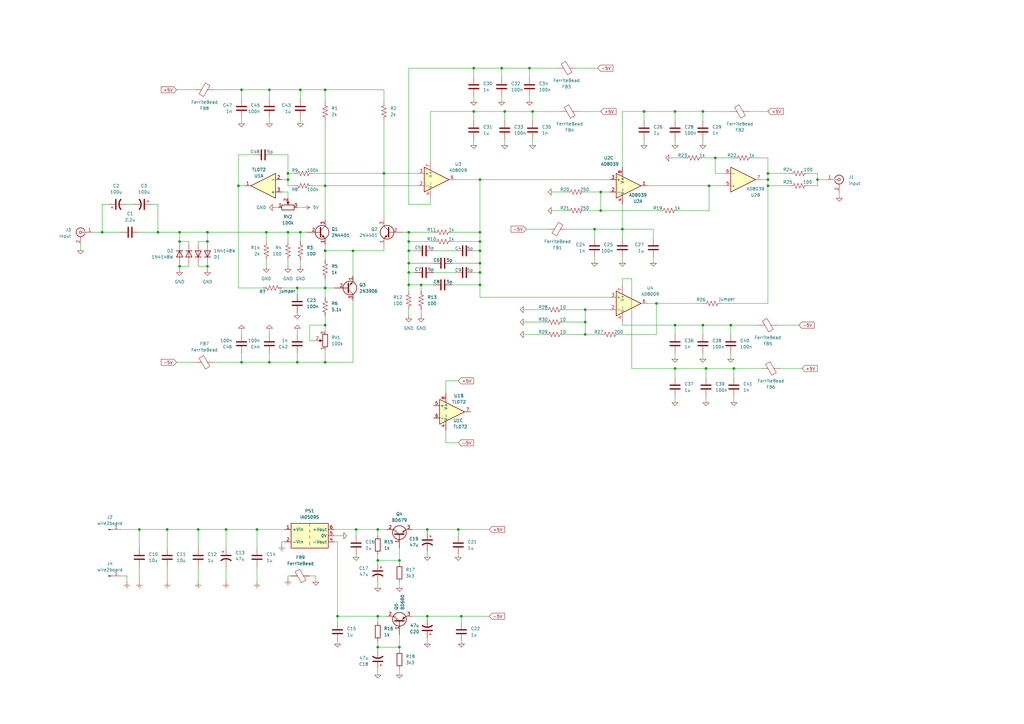
<source format=kicad_sch>
(kicad_sch (version 20231120) (generator "eeschema") (generator_version "8.0")
  (paper "A3")
  (junction (at 335.28 73.66))
  (junction (at 175.26 252.73))
  (junction (at 138.43 252.73))
  (junction (at 154.94 252.73))
  (junction (at 167.64 99.06))
  (junction (at 196.85 95.25))
  (junction (at 293.37 64.77))
  (junction (at 314.96 71.12))
  (junction (at 167.64 111.76))
  (junction (at 110.49 148.59))
  (junction (at 196.85 107.95))
  (junction (at 289.56 151.13))
  (junction (at 196.85 73.66))
  (junction (at 194.31 27.94))
  (junction (at 314.96 73.66))
  (junction (at 276.86 45.72))
  (junction (at 276.86 133.35))
  (junction (at 218.44 45.72))
  (junction (at 133.35 148.59))
  (junction (at 109.22 95.25))
  (junction (at 133.35 118.11))
  (junction (at 167.64 95.25))
  (junction (at 118.11 95.25))
  (junction (at 246.38 86.36))
  (junction (at 73.66 109.22))
  (junction (at 264.16 45.72))
  (junction (at 105.41 217.17))
  (junction (at 73.66 95.25))
  (junction (at 110.49 36.83))
  (junction (at 163.83 265.43))
  (junction (at 163.83 229.87))
  (junction (at 246.38 78.74))
  (junction (at 255.27 93.98))
  (junction (at 133.35 133.35))
  (junction (at 276.86 151.13))
  (junction (at 290.83 76.2))
  (junction (at 99.06 148.59))
  (junction (at 175.26 217.17))
  (junction (at 207.01 45.72))
  (junction (at 167.64 116.84))
  (junction (at 123.19 36.83))
  (junction (at 314.96 76.2))
  (junction (at 288.29 45.72))
  (junction (at 243.84 93.98))
  (junction (at 240.03 127))
  (junction (at 68.58 217.17))
  (junction (at 154.94 229.87))
  (junction (at 133.35 76.2))
  (junction (at 144.78 102.87))
  (junction (at 154.94 217.17))
  (junction (at 189.23 252.73))
  (junction (at 196.85 102.87))
  (junction (at 41.91 95.25))
  (junction (at 299.72 133.35))
  (junction (at 196.85 99.06))
  (junction (at 205.74 27.94))
  (junction (at 240.03 132.08))
  (junction (at 157.48 71.12))
  (junction (at 57.15 217.17))
  (junction (at 217.17 27.94))
  (junction (at 167.64 107.95))
  (junction (at 85.09 99.06))
  (junction (at 121.92 118.11))
  (junction (at 300.99 151.13))
  (junction (at 194.31 45.72))
  (junction (at 269.24 124.46))
  (junction (at 154.94 265.43))
  (junction (at 85.09 109.22))
  (junction (at 97.79 76.2))
  (junction (at 64.77 95.25))
  (junction (at 146.05 217.17))
  (junction (at 118.11 73.66))
  (junction (at 123.19 95.25))
  (junction (at 172.72 116.84))
  (junction (at 118.11 71.12))
  (junction (at 187.96 217.17))
  (junction (at 85.09 95.25))
  (junction (at 196.85 116.84))
  (junction (at 133.35 36.83))
  (junction (at 81.28 217.17))
  (junction (at 240.03 137.16))
  (junction (at 99.06 36.83))
  (junction (at 73.66 99.06))
  (junction (at 196.85 111.76))
  (junction (at 92.71 217.17))
  (junction (at 167.64 102.87))
  (junction (at 288.29 133.35))
  (junction (at 121.92 148.59))
  (junction (at 133.35 102.87))
  (wire (pts (xy 276.86 57.15) (xy 276.86 59.69)))
  (wire (pts (xy 194.31 27.94) (xy 194.31 31.75)))
  (wire (pts (xy 194.31 102.87) (xy 196.85 102.87)))
  (wire (pts (xy 121.92 118.11) (xy 121.92 120.65)))
  (wire (pts (xy 267.97 93.98) (xy 255.27 93.98)))
  (wire (pts (xy 314.96 71.12) (xy 323.85 71.12)))
  (wire (pts (xy 144.78 148.59) (xy 144.78 123.19)))
  (wire (pts (xy 57.15 232.41) (xy 57.15 238.76)))
  (wire (pts (xy 57.15 95.25) (xy 64.77 95.25)))
  (wire (pts (xy 73.66 95.25) (xy 73.66 99.06)))
  (wire (pts (xy 176.53 83.82) (xy 176.53 81.28)))
  (wire (pts (xy 118.11 78.74) (xy 118.11 81.28)))
  (wire (pts (xy 217.17 39.37) (xy 217.17 41.91)))
  (wire (pts (xy 335.28 73.66) (xy 335.28 76.2)))
  (wire (pts (xy 335.28 71.12) (xy 335.28 73.66)))
  (wire (pts (xy 138.43 252.73) (xy 154.94 252.73)))
  (wire (pts (xy 207.01 57.15) (xy 207.01 59.69)))
  (wire (pts (xy 168.91 252.73) (xy 175.26 252.73)))
  (wire (pts (xy 255.27 83.82) (xy 255.27 93.98)))
  (wire (pts (xy 196.85 116.84) (xy 196.85 121.92)))
  (wire (pts (xy 144.78 102.87) (xy 144.78 113.03)))
  (wire (pts (xy 133.35 118.11) (xy 133.35 121.92)))
  (wire (pts (xy 111.76 63.5) (xy 118.11 63.5)))
  (wire (pts (xy 72.39 36.83) (xy 80.01 36.83)))
  (wire (pts (xy 205.74 27.94) (xy 205.74 31.75)))
  (wire (pts (xy 167.64 27.94) (xy 194.31 27.94)))
  (wire (pts (xy 240.03 137.16) (xy 246.38 137.16)))
  (wire (pts (xy 167.64 83.82) (xy 176.53 83.82)))
  (wire (pts (xy 123.19 109.22) (xy 123.19 106.68)))
  (wire (pts (xy 163.83 265.43) (xy 163.83 260.35)))
  (wire (pts (xy 255.27 133.35) (xy 276.86 133.35)))
  (wire (pts (xy 167.64 102.87) (xy 167.64 107.95)))
  (wire (pts (xy 133.35 143.51) (xy 133.35 148.59)))
  (wire (pts (xy 128.27 76.2) (xy 133.35 76.2)))
  (wire (pts (xy 154.94 276.86) (xy 154.94 274.32)))
  (wire (pts (xy 187.96 217.17) (xy 187.96 219.71)))
  (wire (pts (xy 175.26 252.73) (xy 189.23 252.73)))
  (wire (pts (xy 243.84 105.41) (xy 243.84 107.95)))
  (wire (pts (xy 314.96 76.2) (xy 314.96 124.46)))
  (wire (pts (xy 109.22 95.25) (xy 109.22 99.06)))
  (wire (pts (xy 146.05 217.17) (xy 154.94 217.17)))
  (wire (pts (xy 290.83 76.2) (xy 297.18 76.2)))
  (wire (pts (xy 289.56 162.56) (xy 289.56 165.1)))
  (wire (pts (xy 288.29 144.78) (xy 288.29 147.32)))
  (wire (pts (xy 99.06 148.59) (xy 99.06 144.78)))
  (wire (pts (xy 189.23 252.73) (xy 200.66 252.73)))
  (wire (pts (xy 115.57 223.52) (xy 115.57 222.25)))
  (wire (pts (xy 267.97 93.98) (xy 267.97 97.79)))
  (wire (pts (xy 157.48 71.12) (xy 157.48 90.17)))
  (wire (pts (xy 157.48 36.83) (xy 157.48 41.91)))
  (wire (pts (xy 175.26 217.17) (xy 175.26 218.44)))
  (wire (pts (xy 288.29 64.77) (xy 293.37 64.77)))
  (wire (pts (xy 288.29 45.72) (xy 288.29 49.53)))
  (wire (pts (xy 265.43 124.46) (xy 269.24 124.46)))
  (wire (pts (xy 81.28 107.95) (xy 81.28 109.22)))
  (wire (pts (xy 175.26 264.16) (xy 175.26 261.62)))
  (wire (pts (xy 187.96 156.21) (xy 182.88 156.21)))
  (wire (pts (xy 138.43 264.16) (xy 138.43 262.89)))
  (wire (pts (xy 300.99 151.13) (xy 300.99 154.94)))
  (wire (pts (xy 154.94 227.33) (xy 154.94 229.87)))
  (wire (pts (xy 118.11 63.5) (xy 118.11 71.12)))
  (wire (pts (xy 289.56 151.13) (xy 300.99 151.13)))
  (wire (pts (xy 170.18 111.76) (xy 167.64 111.76)))
  (wire (pts (xy 246.38 78.74) (xy 246.38 86.36)))
  (wire (pts (xy 99.06 48.26) (xy 99.06 50.8)))
  (wire (pts (xy 154.94 252.73) (xy 158.75 252.73)))
  (wire (pts (xy 187.96 228.6) (xy 187.96 227.33)))
  (wire (pts (xy 276.86 151.13) (xy 289.56 151.13)))
  (wire (pts (xy 121.92 137.16) (xy 121.92 134.62)))
  (wire (pts (xy 77.47 107.95) (xy 77.47 109.22)))
  (wire (pts (xy 68.58 217.17) (xy 68.58 224.79)))
  (wire (pts (xy 133.35 102.87) (xy 144.78 102.87)))
  (wire (pts (xy 81.28 100.33) (xy 81.28 99.06)))
  (wire (pts (xy 99.06 148.59) (xy 87.63 148.59)))
  (wire (pts (xy 133.35 148.59) (xy 144.78 148.59)))
  (wire (pts (xy 73.66 110.49) (xy 73.66 109.22)))
  (wire (pts (xy 154.94 229.87) (xy 163.83 229.87)))
  (wire (pts (xy 115.57 73.66) (xy 118.11 73.66)))
  (wire (pts (xy 127 139.7) (xy 127 133.35)))
  (wire (pts (xy 120.65 71.12) (xy 118.11 71.12)))
  (wire (pts (xy 194.31 39.37) (xy 194.31 41.91)))
  (wire (pts (xy 196.85 102.87) (xy 196.85 107.95)))
  (wire (pts (xy 226.06 86.36) (xy 232.41 86.36)))
  (wire (pts (xy 85.09 109.22) (xy 85.09 107.95)))
  (wire (pts (xy 175.26 228.6) (xy 175.26 226.06)))
  (wire (pts (xy 196.85 73.66) (xy 196.85 95.25)))
  (wire (pts (xy 250.19 127) (xy 240.03 127)))
  (wire (pts (xy 189.23 252.73) (xy 189.23 255.27)))
  (wire (pts (xy 276.86 45.72) (xy 288.29 45.72)))
  (wire (pts (xy 138.43 222.25) (xy 138.43 252.73)))
  (wire (pts (xy 118.11 76.2) (xy 120.65 76.2)))
  (wire (pts (xy 154.94 229.87) (xy 154.94 231.14)))
  (wire (pts (xy 97.79 118.11) (xy 97.79 76.2)))
  (wire (pts (xy 68.58 217.17) (xy 81.28 217.17)))
  (wire (pts (xy 308.61 64.77) (xy 314.96 64.77)))
  (wire (pts (xy 62.23 83.82) (xy 64.77 83.82)))
  (wire (pts (xy 163.83 241.3) (xy 163.83 238.76)))
  (wire (pts (xy 73.66 95.25) (xy 85.09 95.25)))
  (wire (pts (xy 175.26 217.17) (xy 187.96 217.17)))
  (wire (pts (xy 146.05 217.17) (xy 146.05 219.71)))
  (wire (pts (xy 237.49 45.72) (xy 246.38 45.72)))
  (wire (pts (xy 123.19 36.83) (xy 110.49 36.83)))
  (wire (pts (xy 157.48 71.12) (xy 171.45 71.12)))
  (wire (pts (xy 163.83 266.7) (xy 163.83 265.43)))
  (wire (pts (xy 297.18 71.12) (xy 293.37 71.12)))
  (wire (pts (xy 118.11 71.12) (xy 118.11 73.66)))
  (wire (pts (xy 154.94 241.3) (xy 154.94 238.76)))
  (wire (pts (xy 300.99 151.13) (xy 312.42 151.13)))
  (wire (pts (xy 236.22 27.94) (xy 245.11 27.94)))
  (wire (pts (xy 146.05 228.6) (xy 146.05 227.33)))
  (wire (pts (xy 194.31 27.94) (xy 205.74 27.94)))
  (wire (pts (xy 176.53 45.72) (xy 194.31 45.72)))
  (wire (pts (xy 113.03 85.09) (xy 114.3 85.09)))
  (wire (pts (xy 52.07 236.22) (xy 52.07 238.76)))
  (wire (pts (xy 115.57 222.25) (xy 116.84 222.25)))
  (wire (pts (xy 118.11 76.2) (xy 118.11 73.66)))
  (wire (pts (xy 49.53 217.17) (xy 57.15 217.17)))
  (wire (pts (xy 293.37 71.12) (xy 293.37 64.77)))
  (wire (pts (xy 288.29 57.15) (xy 288.29 59.69)))
  (wire (pts (xy 133.35 148.59) (xy 121.92 148.59)))
  (wire (pts (xy 259.08 151.13) (xy 276.86 151.13)))
  (wire (pts (xy 73.66 109.22) (xy 73.66 107.95)))
  (wire (pts (xy 133.35 102.87) (xy 133.35 106.68)))
  (wire (pts (xy 205.74 39.37) (xy 205.74 41.91)))
  (wire (pts (xy 97.79 63.5) (xy 97.79 76.2)))
  (wire (pts (xy 290.83 76.2) (xy 265.43 76.2)))
  (wire (pts (xy 157.48 102.87) (xy 157.48 100.33)))
  (wire (pts (xy 314.96 124.46) (xy 295.91 124.46)))
  (wire (pts (xy 196.85 121.92) (xy 250.19 121.92)))
  (wire (pts (xy 154.94 262.89) (xy 154.94 265.43)))
  (wire (pts (xy 255.27 93.98) (xy 243.84 93.98)))
  (wire (pts (xy 196.85 73.66) (xy 250.19 73.66)))
  (wire (pts (xy 240.03 78.74) (xy 246.38 78.74)))
  (wire (pts (xy 133.35 36.83) (xy 157.48 36.83)))
  (wire (pts (xy 167.64 116.84) (xy 167.64 119.38)))
  (wire (pts (xy 243.84 93.98) (xy 243.84 97.79)))
  (wire (pts (xy 196.85 111.76) (xy 196.85 116.84)))
  (wire (pts (xy 133.35 114.3) (xy 133.35 118.11)))
  (wire (pts (xy 288.29 133.35) (xy 299.72 133.35)))
  (wire (pts (xy 92.71 217.17) (xy 92.71 224.79)))
  (wire (pts (xy 133.35 100.33) (xy 133.35 102.87)))
  (wire (pts (xy 157.48 49.53) (xy 157.48 71.12)))
  (wire (pts (xy 323.85 76.2) (xy 314.96 76.2)))
  (wire (pts (xy 187.96 217.17) (xy 200.66 217.17)))
  (wire (pts (xy 218.44 45.72) (xy 229.87 45.72)))
  (wire (pts (xy 80.01 148.59) (xy 72.39 148.59)))
  (wire (pts (xy 274.32 64.77) (xy 280.67 64.77)))
  (wire (pts (xy 182.88 156.21) (xy 182.88 161.29)))
  (wire (pts (xy 121.92 129.54) (xy 121.92 128.27)))
  (wire (pts (xy 121.92 148.59) (xy 121.92 144.78)))
  (wire (pts (xy 194.31 111.76) (xy 196.85 111.76)))
  (wire (pts (xy 207.01 45.72) (xy 207.01 49.53)))
  (wire (pts (xy 314.96 76.2) (xy 314.96 73.66)))
  (wire (pts (xy 92.71 217.17) (xy 105.41 217.17)))
  (wire (pts (xy 52.07 236.22) (xy 49.53 236.22)))
  (wire (pts (xy 177.8 116.84) (xy 172.72 116.84)))
  (wire (pts (xy 97.79 118.11) (xy 107.95 118.11)))
  (wire (pts (xy 259.08 114.3) (xy 255.27 114.3)))
  (wire (pts (xy 129.54 139.7) (xy 127 139.7)))
  (wire (pts (xy 128.27 71.12) (xy 157.48 71.12)))
  (wire (pts (xy 64.77 95.25) (xy 73.66 95.25)))
  (wire (pts (xy 172.72 129.54) (xy 172.72 127)))
  (wire (pts (xy 320.04 151.13) (xy 328.93 151.13)))
  (wire (pts (xy 167.64 111.76) (xy 167.64 107.95)))
  (wire (pts (xy 133.35 49.53) (xy 133.35 76.2)))
  (wire (pts (xy 138.43 222.25) (xy 137.16 222.25)))
  (wire (pts (xy 115.57 118.11) (xy 121.92 118.11)))
  (wire (pts (xy 176.53 45.72) (xy 176.53 66.04)))
  (wire (pts (xy 276.86 133.35) (xy 276.86 137.16)))
  (wire (pts (xy 196.85 95.25) (xy 196.85 99.06)))
  (wire (pts (xy 129.54 236.22) (xy 129.54 238.76)))
  (wire (pts (xy 255.27 105.41) (xy 255.27 107.95)))
  (wire (pts (xy 110.49 48.26) (xy 110.49 50.8)))
  (wire (pts (xy 331.47 76.2) (xy 335.28 76.2)))
  (wire (pts (xy 73.66 99.06) (xy 77.47 99.06)))
  (wire (pts (xy 171.45 76.2) (xy 133.35 76.2)))
  (wire (pts (xy 167.64 116.84) (xy 167.64 111.76)))
  (wire (pts (xy 344.17 78.74) (xy 344.17 81.28)))
  (wire (pts (xy 85.09 99.06) (xy 85.09 100.33)))
  (wire (pts (xy 276.86 45.72) (xy 276.86 49.53)))
  (wire (pts (xy 299.72 133.35) (xy 299.72 137.16)))
  (wire (pts (xy 127 133.35) (xy 133.35 133.35)))
  (wire (pts (xy 73.66 109.22) (xy 77.47 109.22)))
  (wire (pts (xy 255.27 114.3) (xy 255.27 116.84)))
  (wire (pts (xy 57.15 217.17) (xy 57.15 224.79)))
  (wire (pts (xy 110.49 148.59) (xy 110.49 144.78)))
  (wire (pts (xy 299.72 133.35) (xy 311.15 133.35)))
  (wire (pts (xy 85.09 110.49) (xy 85.09 109.22)))
  (wire (pts (xy 314.96 64.77) (xy 314.96 71.12)))
  (wire (pts (xy 85.09 95.25) (xy 85.09 99.06)))
  (wire (pts (xy 269.24 137.16) (xy 269.24 124.46)))
  (wire (pts (xy 182.88 176.53) (xy 182.88 181.61)))
  (wire (pts (xy 217.17 27.94) (xy 217.17 31.75)))
  (wire (pts (xy 255.27 45.72) (xy 255.27 68.58)))
  (wire (pts (xy 52.07 83.82) (xy 54.61 83.82)))
  (wire (pts (xy 64.77 83.82) (xy 64.77 95.25)))
  (wire (pts (xy 314.96 73.66) (xy 312.42 73.66)))
  (wire (pts (xy 314.96 71.12) (xy 314.96 73.66)))
  (wire (pts (xy 121.92 148.59) (xy 110.49 148.59)))
  (wire (pts (xy 269.24 124.46) (xy 288.29 124.46)))
  (wire (pts (xy 97.79 76.2) (xy 100.33 76.2)))
  (wire (pts (xy 331.47 71.12) (xy 335.28 71.12)))
  (wire (pts (xy 288.29 45.72) (xy 299.72 45.72)))
  (wire (pts (xy 276.86 133.35) (xy 288.29 133.35)))
  (wire (pts (xy 185.42 95.25) (xy 196.85 95.25)))
  (wire (pts (xy 81.28 232.41) (xy 81.28 238.76)))
  (wire (pts (xy 264.16 45.72) (xy 276.86 45.72)))
  (wire (pts (xy 185.42 99.06) (xy 196.85 99.06)))
  (wire (pts (xy 129.54 236.22) (xy 127 236.22)))
  (wire (pts (xy 250.19 78.74) (xy 246.38 78.74)))
  (wire (pts (xy 118.11 95.25) (xy 118.11 99.06)))
  (wire (pts (xy 118.11 95.25) (xy 123.19 95.25)))
  (wire (pts (xy 110.49 137.16) (xy 110.49 134.62)))
  (wire (pts (xy 104.14 63.5) (xy 97.79 63.5)))
  (wire (pts (xy 133.35 129.54) (xy 133.35 133.35)))
  (wire (pts (xy 154.94 217.17) (xy 158.75 217.17)))
  (wire (pts (xy 267.97 105.41) (xy 267.97 107.95)))
  (wire (pts (xy 339.09 73.66) (xy 335.28 73.66)))
  (wire (pts (xy 214.63 132.08) (xy 223.52 132.08)))
  (wire (pts (xy 118.11 236.22) (xy 119.38 236.22)))
  (wire (pts (xy 137.16 217.17) (xy 146.05 217.17)))
  (wire (pts (xy 105.41 217.17) (xy 105.41 224.79)))
  (wire (pts (xy 154.94 217.17) (xy 154.94 219.71)))
  (wire (pts (xy 167.64 102.87) (xy 167.64 99.06)))
  (wire (pts (xy 307.34 45.72) (xy 314.96 45.72)))
  (wire (pts (xy 231.14 132.08) (xy 240.03 132.08)))
  (wire (pts (xy 214.63 137.16) (xy 223.52 137.16)))
  (wire (pts (xy 163.83 231.14) (xy 163.83 229.87)))
  (wire (pts (xy 177.8 107.95) (xy 167.64 107.95)))
  (wire (pts (xy 140.97 219.71) (xy 137.16 219.71)))
  (wire (pts (xy 123.19 36.83) (xy 133.35 36.83)))
  (wire (pts (xy 99.06 137.16) (xy 99.06 134.62)))
  (wire (pts (xy 81.28 217.17) (xy 81.28 224.79)))
  (wire (pts (xy 255.27 133.35) (xy 255.27 132.08)))
  (wire (pts (xy 110.49 36.83) (xy 99.06 36.83)))
  (wire (pts (xy 123.19 36.83) (xy 123.19 40.64)))
  (wire (pts (xy 194.31 45.72) (xy 194.31 49.53)))
  (wire (pts (xy 99.06 36.83) (xy 99.06 40.64)))
  (wire (pts (xy 246.38 86.36) (xy 270.51 86.36)))
  (wire (pts (xy 231.14 127) (xy 240.03 127)))
  (wire (pts (xy 85.09 95.25) (xy 109.22 95.25)))
  (wire (pts (xy 121.92 118.11) (xy 133.35 118.11)))
  (wire (pts (xy 231.14 137.16) (xy 240.03 137.16)))
  (wire (pts (xy 218.44 57.15) (xy 218.44 59.69)))
  (wire (pts (xy 299.72 144.78) (xy 299.72 147.32)))
  (wire (pts (xy 276.86 151.13) (xy 276.86 154.94)))
  (wire (pts (xy 205.74 27.94) (xy 217.17 27.94)))
  (wire (pts (xy 196.85 111.76) (xy 196.85 107.95)))
  (wire (pts (xy 109.22 95.25) (xy 118.11 95.25)))
  (wire (pts (xy 194.31 57.15) (xy 194.31 59.69)))
  (wire (pts (xy 118.11 109.22) (xy 118.11 106.68)))
  (wire (pts (xy 264.16 45.72) (xy 264.16 49.53)))
  (wire (pts (xy 167.64 95.25) (xy 177.8 95.25)))
  (wire (pts (xy 110.49 148.59) (xy 99.06 148.59)))
  (wire (pts (xy 185.42 116.84) (xy 196.85 116.84)))
  (wire (pts (xy 68.58 232.41) (xy 68.58 238.76)))
  (wire (pts (xy 44.45 83.82) (xy 41.91 83.82)))
  (wire (pts (xy 73.66 99.06) (xy 73.66 100.33)))
  (wire (pts (xy 105.41 238.76) (xy 105.41 232.41)))
  (wire (pts (xy 240.03 86.36) (xy 246.38 86.36)))
  (wire (pts (xy 243.84 93.98) (xy 232.41 93.98)))
  (wire (pts (xy 99.06 36.83) (xy 87.63 36.83)))
  (wire (pts (xy 172.72 116.84) (xy 167.64 116.84)))
  (wire (pts (xy 165.1 95.25) (xy 167.64 95.25)))
  (wire (pts (xy 154.94 252.73) (xy 154.94 255.27)))
  (wire (pts (xy 167.64 27.94) (xy 167.64 83.82)))
  (wire (pts (xy 81.28 109.22) (xy 85.09 109.22)))
  (wire (pts (xy 290.83 76.2) (xy 290.83 86.36)))
  (wire (pts (xy 189.23 264.16) (xy 189.23 262.89)))
  (wire (pts (xy 33.02 100.33) (xy 33.02 102.87)))
  (wire (pts (xy 163.83 229.87) (xy 163.83 224.79)))
  (wire (pts (xy 196.85 102.87) (xy 196.85 99.06)))
  (wire (pts (xy 168.91 217.17) (xy 175.26 217.17)))
  (wire (pts (xy 177.8 111.76) (xy 186.69 111.76)))
  (wire (pts (xy 163.83 276.86) (xy 163.83 274.32)))
  (wire (pts (xy 154.94 265.43) (xy 163.83 265.43)))
  (wire (pts (xy 318.77 133.35) (xy 327.66 133.35)))
  (wire (pts (xy 224.79 93.98) (xy 215.9 93.98)))
  (wire (pts (xy 214.63 127) (xy 223.52 127)))
  (wire (pts (xy 92.71 232.41) (xy 92.71 238.76)))
  (wire (pts (xy 276.86 162.56) (xy 276.86 165.1)))
  (wire (pts (xy 81.28 99.06) (xy 85.09 99.06)))
  (wire (pts (xy 207.01 45.72) (xy 218.44 45.72)))
  (wire (pts (xy 133.35 36.83) (xy 133.35 41.91)))
  (wire (pts (xy 167.64 99.06) (xy 177.8 99.06)))
  (wire (pts (xy 105.41 217.17) (xy 116.84 217.17)))
  (wire (pts (xy 110.49 36.83) (xy 110.49 40.64)))
  (wire (pts (xy 77.47 100.33) (xy 77.47 99.06)))
  (wire (pts (xy 218.44 45.72) (xy 218.44 49.53)))
  (wire (pts (xy 264.16 57.15) (xy 264.16 59.69)))
  (wire (pts (xy 217.17 27.94) (xy 228.6 27.94)))
  (wire (pts (xy 57.15 217.17) (xy 68.58 217.17)))
  (wire (pts (xy 123.19 95.25) (xy 123.19 99.06)))
  (wire (pts (xy 289.56 151.13) (xy 289.56 154.94)))
  (wire (pts (xy 123.19 48.26) (xy 123.19 50.8)))
  (wire (pts (xy 288.29 133.35) (xy 288.29 137.16)))
  (wire (pts (xy 254 137.16) (xy 269.24 137.16)))
  (wire (pts (xy 194.31 45.72) (xy 207.01 45.72)))
  (wire (pts (xy 133.35 76.2) (xy 133.35 90.17)))
  (wire (pts (xy 124.46 85.09) (xy 121.92 85.09)))
  (wire (pts (xy 177.8 102.87) (xy 186.69 102.87)))
  (wire (pts (xy 133.35 118.11) (xy 137.16 118.11)))
  (wire (pts (xy 144.78 102.87) (xy 157.48 102.87)))
  (wire (pts (xy 109.22 109.22) (xy 109.22 106.68)))
  (wire (pts (xy 154.94 265.43) (xy 154.94 266.7)))
  (wire (pts (xy 240.03 127) (xy 240.03 132.08)))
  (wire (pts (xy 167.64 99.06) (xy 167.64 95.25)))
  (wire (pts (xy 175.26 252.73) (xy 175.26 254)))
  (wire (pts (xy 278.13 86.36) (xy 290.83 86.36)))
  (wire (pts (xy 123.19 95.25) (xy 125.73 95.25)))
  (wire (pts (xy 115.57 78.74) (xy 118.11 78.74)))
  (wire (pts (xy 38.1 95.25) (xy 41.91 95.25)))
  (wire (pts (xy 41.91 95.25) (xy 49.53 95.25)))
  (wire (pts (xy 138.43 252.73) (xy 138.43 255.27)))
  (wire (pts (xy 167.64 129.54) (xy 167.64 127)))
  (wire (pts (xy 170.18 102.87) (xy 167.64 102.87)))
  (wire (pts (xy 255.27 45.72) (xy 264.16 45.72)))
  (wire (pts (xy 276.86 144.78) (xy 276.86 147.32)))
  (wire (pts (xy 185.42 107.95) (xy 196.85 107.95)))
  (wire (pts (xy 118.11 237.49) (xy 118.11 236.22)))
  (wire (pts (xy 240.03 132.08) (xy 240.03 137.16)))
  (wire (pts (xy 293.37 64.77) (xy 300.99 64.77)))
  (wire (pts (xy 182.88 181.61) (xy 187.96 181.61)))
  (wire (pts (xy 41.91 83.82) (xy 41.91 95.25)))
  (wire (pts (xy 133.35 133.35) (xy 133.35 135.89)))
  (wire (pts (xy 172.72 116.84) (xy 172.72 119.38)))
  (wire (pts (xy 81.28 217.17) (xy 92.71 217.17)))
  (wire (pts (xy 300.99 162.56) (xy 300.99 165.1)))
  (wire (pts (xy 255.27 93.98) (xy 255.27 97.79)))
  (wire (pts (xy 186.69 73.66) (xy 196.85 73.66)))
  (wire (pts (xy 226.06 78.74) (xy 232.41 78.74)))
  (wire (pts (xy 259.08 151.13) (xy 259.08 114.3)))
  (global_label "-5V" (shape input) (at 200.66 252.73 0) (property "Intersheetrefs" "${INTERSHEET_REFS}" (effects (hide yes))))
  (global_label "-5V" (shape input) (at 245.11 27.94 0) (property "Intersheetrefs" "${INTERSHEET_REFS}" (effects (hide yes))))
  (global_label "+5V" (shape input) (at 246.38 45.72 0) (property "Intersheetrefs" "${INTERSHEET_REFS}" (effects (hide yes))))
  (global_label "-5V" (shape input) (at 187.96 181.61 0) (property "Intersheetrefs" "${INTERSHEET_REFS}" (effects (hide yes))))
  (global_label "-5V" (shape input) (at 327.66 133.35 0) (property "Intersheetrefs" "${INTERSHEET_REFS}" (effects (hide yes))))
  (global_label "+5V" (shape input) (at 72.39 36.83 180) (property "Intersheetrefs" "${INTERSHEET_REFS}" (effects (hide yes))))
  (global_label "+5V" (shape input) (at 328.93 151.13 0) (property "Intersheetrefs" "${INTERSHEET_REFS}" (effects (hide yes))))
  (global_label "-5V" (shape input) (at 215.9 93.98 180) (property "Intersheetrefs" "${INTERSHEET_REFS}" (effects (hide yes))))
  (global_label "+5V" (shape input) (at 187.96 156.21 0) (property "Intersheetrefs" "${INTERSHEET_REFS}" (effects (hide yes))))
  (global_label "+5V" (shape input) (at 314.96 45.72 0) (property "Intersheetrefs" "${INTERSHEET_REFS}" (effects (hide yes))))
  (global_label "-5V" (shape input) (at 72.39 148.59 180) (property "Intersheetrefs" "${INTERSHEET_REFS}" (effects (hide yes))))
  (global_label "+5V" (shape input) (at 200.66 217.17 0) (property "Intersheetrefs" "${INTERSHEET_REFS}" (effects (hide yes))))
  (symbol (lib_id "power:GND") (at 109.22 109.22 0) (unit 1)
    (property "Reference" "#PWR013" (effects (hide yes)))
    (property "Value" "GND" (at 109.22 114.3 0))
    (property "Description" "Power symbol creates a global label with name \"GND\" , ground" (effects (hide yes)))
  )
  (symbol (lib_id "Device:R_Potentiometer") (at 118.11 85.09 90) (unit 1) (exclude_from_sim yes)
    (property "Reference" "RV2" (at 118.11 88.9 90))
    (property "Value" "100k" (at 118.11 91.44 90))
    (property "Footprint" "Potentiometer_THT:Potentiometer_Bourns_3296W_Vertical" (effects (hide yes)))
  )
  (symbol (lib_id "Device:R_Potentiometer") (at 133.35 139.7 180) (unit 1) (exclude_from_sim yes)
    (property "Reference" "RV1" (at 135.89 138.43 0) (effects (justify right)))
    (property "Value" "100k" (at 135.89 140.97 0) (effects (justify right)))
    (property "Footprint" "Potentiometer_THT:Potentiometer_Bourns_3296W_Vertical" (effects (hide yes)))
  )
  (symbol (lib_id "Device:R_US") (at 124.46 71.12 90) (unit 1)
    (property "Reference" "R9" (at 120.904 69.85 90))
    (property "Value" "100k" (at 128.27 69.85 90))
    (property "Footprint" "Resistor_SMD:R_0603_1608Metric_Pad0.98x0.95mm_HandSolder" (effects (hide yes)))
    (property "Description" "Resistor, US symbol" (effects (hide yes)))
  )
  (symbol (lib_id "Simulation_SPICE:0") (at 146.05 228.6 0) (unit 1)
    (property "Reference" "#GND03" (effects (hide yes)))
    (property "Value" "0" (effects (hide yes)))
  )
  (symbol (lib_id "Simulation_SPICE:0") (at 344.17 81.28 0) (mirror y) (unit 1)
    (property "Reference" "#GND044" (effects (hide yes)))
    (property "Value" "0" (effects (hide yes)))
  )
  (symbol (lib_id "Device:C_Polarized_US") (at 92.71 228.6 0) (unit 1)
    (property "Reference" "C13" (at 96.52 226.6949 0) (effects (justify left)))
    (property "Value" "47u" (at 96.52 229.2349 0) (effects (justify left)))
    (property "Footprint" "Capacitor_THT:CP_Radial_D5.0mm_P2.00mm" (effects (hide yes)))
    (property "Description" "Polarized capacitor, US symbol" (effects (hide yes)))
  )
  (symbol (lib_id "Device:C") (at 194.31 35.56 180) (unit 1)
    (property "Reference" "C30" (at 198.12 34.29 0) (effects (justify right)))
    (property "Value" "1n" (at 198.12 36.83 0) (effects (justify right)))
    (property "Footprint" "Resistor_SMD:R_0603_1608Metric_Pad0.98x0.95mm_HandSolder" (effects (hide yes)))
  )
  (symbol (lib_id "Device:R_US") (at 133.35 45.72 0) (unit 1)
    (property "Reference" "R1" (at 135.89 44.4499 0) (effects (justify left)))
    (property "Value" "2k" (at 135.89 46.9899 0) (effects (justify left)))
    (property "Footprint" "Resistor_SMD:R_0603_1608Metric_Pad0.98x0.95mm_HandSolder" (effects (hide yes)))
    (property "Description" "Resistor, US symbol" (effects (hide yes)))
  )
  (symbol (lib_id "Device:C") (at 276.86 53.34 180) (unit 1)
    (property "Reference" "C28" (at 280.67 52.0699 0) (effects (justify right)))
    (property "Value" "100n" (at 280.67 54.6099 0) (effects (justify right)))
    (property "Footprint" "Resistor_SMD:R_0603_1608Metric_Pad0.98x0.95mm_HandSolder" (effects (hide yes)))
  )
  (symbol (lib_id "Simulation_SPICE:0") (at 289.56 165.1 0) (unit 1)
    (property "Reference" "#GND031" (effects (hide yes)))
    (property "Value" "0" (effects (hide yes)))
  )
  (symbol (lib_id "Device:C") (at 255.27 101.6 0) (mirror x) (unit 1)
    (property "Reference" "C25" (at 251.46 100.3299 0) (effects (justify right)))
    (property "Value" "100n" (at 251.46 102.8699 0) (effects (justify right)))
    (property "Footprint" "Resistor_SMD:R_0603_1608Metric_Pad0.98x0.95mm_HandSolder" (effects (hide yes)))
  )
  (symbol (lib_id "Simulation_SPICE:0") (at 110.49 50.8 0) (mirror y) (unit 1)
    (property "Reference" "#GND040" (effects (hide yes)))
    (property "Value" "0" (effects (hide yes)))
  )
  (symbol (lib_id "power:Earth") (at 57.15 238.76 0) (unit 1)
    (property "Reference" "#PWR014" (effects (hide yes)))
    (property "Value" "Earth" (effects (hide yes)))
    (property "Description" "Power symbol creates a global label with name \"Earth\"" (effects (hide yes)))
  )
  (symbol (lib_id "Device:C") (at 217.17 35.56 180) (unit 1)
    (property "Reference" "C34" (at 220.98 34.29 0) (effects (justify right)))
    (property "Value" "100n" (at 220.98 36.83 0) (effects (justify right)))
    (property "Footprint" "Resistor_SMD:R_0603_1608Metric_Pad0.98x0.95mm_HandSolder" (effects (hide yes)))
  )
  (symbol (lib_id "Device:R_US") (at 157.48 45.72 0) (mirror y) (unit 1)
    (property "Reference" "R2" (at 160.02 44.4499 0) (effects (justify right)))
    (property "Value" "2k" (at 160.02 46.9899 0) (effects (justify right)))
    (property "Footprint" "Resistor_SMD:R_0603_1608Metric_Pad0.98x0.95mm_HandSolder" (effects (hide yes)))
    (property "Description" "Resistor, US symbol" (effects (hide yes)))
  )
  (symbol (lib_id "power:Earth") (at 52.07 238.76 0) (unit 1)
    (property "Reference" "#PWR05" (effects (hide yes)))
    (property "Value" "Earth" (effects (hide yes)))
    (property "Description" "Power symbol creates a global label with name \"Earth\"" (effects (hide yes)))
  )
  (symbol (lib_id "Device:C") (at 243.84 101.6 0) (mirror x) (unit 1)
    (property "Reference" "C24" (at 240.03 100.3299 0) (effects (justify right)))
    (property "Value" "1n" (at 240.03 102.8699 0) (effects (justify right)))
    (property "Footprint" "Resistor_SMD:R_0603_1608Metric_Pad0.98x0.95mm_HandSolder" (effects (hide yes)))
  )
  (symbol (lib_id "Device:R_US") (at 123.19 102.87 0) (unit 1)
    (property "Reference" "R3" (at 125.73 101.5999 0) (effects (justify left)))
    (property "Value" "100" (at 125.73 104.1399 0) (effects (justify left)))
    (property "Footprint" "Resistor_SMD:R_0603_1608Metric_Pad0.98x0.95mm_HandSolder" (effects (hide yes)))
    (property "Description" "Resistor, US symbol" (effects (hide yes)))
  )
  (symbol (lib_id "Device:C") (at 107.95 63.5 90) (unit 1)
    (property "Reference" "C48" (at 104.648 62.23 90))
    (property "Value" "5p" (at 110.744 62.23 90))
    (property "Footprint" "Capacitor_SMD:C_0603_1608Metric_Pad1.08x0.95mm_HandSolder" (effects (hide yes)))
    (property "Description" "Unpolarized capacitor" (effects (hide yes)))
  )
  (symbol (lib_id "Device:C") (at 123.19 44.45 0) (mirror x) (unit 1)
    (property "Reference" "C43" (at 119.38 43.1799 0) (effects (justify right)))
    (property "Value" "1u" (at 119.38 45.7199 0) (effects (justify right)))
    (property "Footprint" "Resistor_SMD:R_0603_1608Metric_Pad0.98x0.95mm_HandSolder" (effects (hide yes)))
  )
  (symbol (lib_id "diff-probe:AD8039") (at 304.8 73.66 0) (mirror x) (unit 2)
    (property "Reference" "U2" (at 309.88 80.01 0))
    (property "Value" "AD8039" (at 309.88 77.47 0))
    (property "Footprint" "Package_SO:SOIC-8_3.9x4.9mm_P1.27mm" (effects (hide yes)))
    (property "Datasheet" "http://www.ti.com/lit/ds/symlink/lm358.pdf" (effects (hide yes)))
  )
  (symbol (lib_id "Device:C_Polarized_US") (at 58.42 83.82 270) (unit 1)
    (property "Reference" "C3" (at 59.055 76.2 90))
    (property "Value" "100u" (at 59.055 78.74 90))
    (property "Footprint" "Capacitor_THT:CP_Radial_D8.0mm_P3.50mm" (effects (hide yes)))
    (property "Description" "Polarized capacitor, US symbol" (effects (hide yes)))
  )
  (symbol (lib_id "Device:R_US") (at 327.66 71.12 90) (unit 1)
    (property "Reference" "R24" (at 323.088 69.596 90))
    (property "Value" "100" (at 331.47 69.596 90))
    (property "Footprint" "Resistor_SMD:R_0603_1608Metric_Pad0.98x0.95mm_HandSolder" (effects (hide yes)))
    (property "Description" "Resistor, US symbol" (effects (hide yes)))
  )
  (symbol (lib_id "Simulation_SPICE:0") (at 214.63 132.08 270) (mirror x) (unit 1)
    (property "Reference" "#GND036" (effects (hide yes)))
    (property "Value" "0" (effects (hide yes)))
  )
  (symbol (lib_id "Simulation_SPICE:0") (at 175.26 228.6 0) (mirror y) (unit 1)
    (property "Reference" "#GND08" (effects (hide yes)))
    (property "Value" "0" (effects (hide yes)))
  )
  (symbol (lib_id "power:Earth") (at 118.11 237.49 0) (unit 1)
    (property "Reference" "#PWR06" (effects (hide yes)))
    (property "Value" "Earth" (effects (hide yes)))
    (property "Description" "Power symbol creates a global label with name \"Earth\"" (effects (hide yes)))
  )
  (symbol (lib_id "Device:R") (at 163.83 270.51 180) (unit 1)
    (property "Reference" "R18" (at 166.37 269.2399 0) (effects (justify right)))
    (property "Value" "3k3" (at 166.37 271.7799 0) (effects (justify right)))
    (property "Footprint" "Resistor_SMD:R_0603_1608Metric_Pad0.98x0.95mm_HandSolder" (effects (hide yes)))
  )
  (symbol (lib_id "Device:C") (at 99.06 140.97 0) (unit 1)
    (property "Reference" "C46" (at 95.25 142.24 0) (effects (justify right)))
    (property "Value" "100n" (at 95.25 139.7 0) (effects (justify right)))
    (property "Footprint" "Resistor_SMD:R_0603_1608Metric_Pad0.98x0.95mm_HandSolder" (effects (hide yes)))
  )
  (symbol (lib_id "Device:R_US") (at 236.22 78.74 90) (unit 1)
    (property "Reference" "R20" (at 231.648 77.724 90))
    (property "Value" "250" (at 239.776 77.724 90))
    (property "Footprint" "Resistor_SMD:R_0603_1608Metric_Pad0.98x0.95mm_HandSolder" (effects (hide yes)))
    (property "Description" "Resistor, US symbol" (effects (hide yes)))
  )
  (symbol (lib_id "Transistor_BJT:2N3904") (at 160.02 95.25 0) (mirror y) (unit 1)
    (property "Reference" "Q2" (at 154.94 93.9799 0) (effects (justify left)))
    (property "Value" "2N4401" (at 154.94 96.5199 0) (effects (justify left)))
    (property "Footprint" "Package_TO_SOT_THT:TO-92_Inline" (effects (hide yes)))
    (property "Datasheet" "https://www.onsemi.com/pub/Collateral/2N3903-D.PDF" (effects (hide yes)))
    (property "Description" "0.2A Ic, 40V Vce, Small Signal NPN Transistor, TO-92" (effects (hide yes)))
  )
  (symbol (lib_id "Device:C") (at 181.61 107.95 90) (unit 1)
    (property "Reference" "C6" (at 179.07 106.68 90))
    (property "Value" "5p" (at 184.404 106.68 90))
    (property "Footprint" "Capacitor_THT:C_Disc_D5.0mm_W2.5mm_P2.50mm" (effects (hide yes)))
    (property "Description" "Unpolarized capacitor" (effects (hide yes)))
  )
  (symbol (lib_id "Connector:Conn_Coaxial") (at 33.02 95.25 0) (mirror y) (unit 1)
    (property "Reference" "J3" (at 29.21 94.2731 0) (effects (justify left)))
    (property "Value" "Input" (at 29.21 96.8131 0) (effects (justify left)))
    (property "Footprint" "Connector_Coaxial:BNC_Amphenol_B6252HB-NPP3G-50_Horizontal" (effects (hide yes)))
    (property "Description" "coaxial connector (BNC, SMA, SMB, SMC, Cinch/RCA, LEMO, ...)" (effects (hide yes)))
  )
  (symbol (lib_id "Amplifier_Operational:TL072") (at 107.95 76.2 180) (unit 1)
    (property "Reference" "U1" (at 106.172 72.136 0))
    (property "Value" "TL072" (at 106.172 69.596 0))
    (property "Footprint" "Package_SO:SOIC-8_3.9x4.9mm_P1.27mm" (effects (hide yes)))
    (property "Datasheet" "http://www.ti.com/lit/ds/symlink/tl071.pdf" (effects (hide yes)))
    (property "Description" "Dual Low-Noise JFET-Input Operational Amplifiers, DIP-8/SOIC-8" (effects (hide yes)))
  )
  (symbol (lib_id "Device:C") (at 138.43 259.08 0) (mirror y) (unit 1)
    (property "Reference" "C15" (at 142.24 257.81 0) (effects (justify right)))
    (property "Value" "1u" (at 142.24 260.35 0) (effects (justify right)))
    (property "Footprint" "Resistor_SMD:R_0603_1608Metric_Pad0.98x0.95mm_HandSolder" (effects (hide yes)))
  )
  (symbol (lib_id "Device:C") (at 207.01 53.34 180) (unit 1)
    (property "Reference" "C33" (at 210.82 52.0699 0) (effects (justify right)))
    (property "Value" "100n" (at 210.82 54.6099 0) (effects (justify right)))
    (property "Footprint" "Resistor_SMD:R_0603_1608Metric_Pad0.98x0.95mm_HandSolder" (effects (hide yes)))
  )
  (symbol (lib_id "Device:C") (at 146.05 223.52 0) (mirror y) (unit 1)
    (property "Reference" "C16" (at 149.86 222.25 0) (effects (justify right)))
    (property "Value" "1u" (at 149.86 224.79 0) (effects (justify right)))
    (property "Footprint" "Resistor_SMD:R_0603_1608Metric_Pad0.98x0.95mm_HandSolder" (effects (hide yes)))
  )
  (symbol (lib_id "Device:C") (at 121.92 140.97 0) (unit 1)
    (property "Reference" "C42" (at 118.11 142.24 0) (effects (justify right)))
    (property "Value" "1n" (at 118.11 139.7 0) (effects (justify right)))
    (property "Footprint" "Resistor_SMD:R_0603_1608Metric_Pad0.98x0.95mm_HandSolder" (effects (hide yes)))
  )
  (symbol (lib_id "power:GND") (at 167.64 129.54 0) (unit 1)
    (property "Reference" "#PWR011" (effects (hide yes)))
    (property "Value" "GND" (at 167.64 134.62 0))
    (property "Description" "Power symbol creates a global label with name \"GND\" , ground" (effects (hide yes)))
  )
  (symbol (lib_id "Simulation_SPICE:0") (at 140.97 219.71 90) (unit 1)
    (property "Reference" "#GND02" (effects (hide yes)))
    (property "Value" "0" (effects (hide yes)))
  )
  (symbol (lib_id "power:GND") (at 123.19 109.22 0) (unit 1)
    (property "Reference" "#PWR02" (effects (hide yes)))
    (property "Value" "GND" (at 123.19 114.3 0))
    (property "Description" "Power symbol creates a global label with name \"GND\" , ground" (effects (hide yes)))
  )
  (symbol (lib_id "power:Earth") (at 115.57 223.52 0) (unit 1)
    (property "Reference" "#PWR019" (effects (hide yes)))
    (property "Value" "Earth" (effects (hide yes)))
    (property "Description" "Power symbol creates a global label with name \"Earth\"" (effects (hide yes)))
  )
  (symbol (lib_id "power:Earth") (at 68.58 238.76 0) (unit 1)
    (property "Reference" "#PWR015" (effects (hide yes)))
    (property "Value" "Earth" (effects (hide yes)))
    (property "Description" "Power symbol creates a global label with name \"Earth\"" (effects (hide yes)))
  )
  (symbol (lib_id "Device:C_Polarized_US") (at 154.94 234.95 0) (mirror y) (unit 1)
    (property "Reference" "C17" (at 151.13 233.0449 0) (effects (justify left)))
    (property "Value" "47u" (at 151.13 235.5849 0) (effects (justify left)))
    (property "Footprint" "Capacitor_THT:CP_Radial_D5.0mm_P2.00mm" (effects (hide yes)))
    (property "Description" "Polarized capacitor, US symbol" (effects (hide yes)))
  )
  (symbol (lib_id "Device:C") (at 81.28 228.6 180) (unit 1)
    (property "Reference" "C12" (at 85.09 227.3299 0) (effects (justify right)))
    (property "Value" "1u" (at 85.09 229.8699 0) (effects (justify right)))
    (property "Footprint" "Resistor_SMD:R_0603_1608Metric_Pad0.98x0.95mm_HandSolder" (effects (hide yes)))
  )
  (symbol (lib_id "diff-probe:AD8009") (at 255.27 124.46 0) (unit 1)
    (property "Reference" "U4" (at 266.7 118.11 0))
    (property "Value" "AD8009" (at 266.7 120.65 0))
    (property "Footprint" "Package_SO:SOIC-8_3.9x4.9mm_P1.27mm" (effects (hide yes)))
    (property "Datasheet" "https://www.ti.com/lit/ds/symlink/tlv3541.pdf?ts=1716586558618&ref_url=https%253A%252F%252Fwww.mouser.de%252F#%5B%7B%22num%22%3A80%2C%22gen%22%3A0%7D%2C%7B%22name%22%3A%22XYZ%22%7D%2C0%2C593.9%2C0%5D" (effects (hide yes)))
    (property "Sim.Library" "/home/ostoja/KiCad/models/opamps/TLVx387.LIB" (effects (hide yes)))
    (property "Sim.Name" "TLVx387" (effects (hide yes)))
    (property "Sim.Device" "SUBCKT" (effects (hide yes)))
    (property "Sim.Pins" "1=IN+ 2=VEE 3=IN- 4=OUT 5=VCC" (effects (hide yes)))
  )
  (symbol (lib_id "Simulation_SPICE:0") (at 163.83 241.3 0) (unit 1)
    (property "Reference" "#GND06" (effects (hide yes)))
    (property "Value" "0" (effects (hide yes)))
  )
  (symbol (lib_id "Simulation_SPICE:0") (at 123.19 50.8 0) (mirror y) (unit 1)
    (property "Reference" "#GND038" (effects (hide yes)))
    (property "Value" "0" (effects (hide yes)))
  )
  (symbol (lib_id "Simulation_SPICE:0") (at 264.16 59.69 0) (unit 1)
    (property "Reference" "#GND015" (effects (hide yes)))
    (property "Value" "0" (effects (hide yes)))
  )
  (symbol (lib_id "Device:R_US") (at 167.64 123.19 0) (mirror y) (unit 1)
    (property "Reference" "R12" (at 165.1 121.9199 0) (effects (justify left)))
    (property "Value" "100" (at 165.1 124.4599 0) (effects (justify left)))
    (property "Footprint" "Resistor_SMD:R_0603_1608Metric_Pad0.98x0.95mm_HandSolder" (effects (hide yes)))
    (property "Description" "Resistor, US symbol" (effects (hide yes)))
  )
  (symbol (lib_id "Simulation_SPICE:0") (at 214.63 127 270) (mirror x) (unit 1)
    (property "Reference" "#GND034" (effects (hide yes)))
    (property "Value" "0" (effects (hide yes)))
  )
  (symbol (lib_id "Connector:Conn_01x01_Pin") (at 44.45 217.17 0) (unit 1)
    (property "Reference" "J2" (at 45.085 212.09 0))
    (property "Value" "wire2board" (at 45.085 214.63 0))
    (property "Footprint" "Connector_Wire:SolderWire-0.25sqmm_1x01_D0.65mm_OD1.7mm" (effects (hide yes)))
  )
  (symbol (lib_id "Diode:1N4148") (at 77.47 104.14 270) (unit 1)
    (property "Reference" "D3" (effects (hide yes)))
    (property "Value" "1N4148" (effects (hide yes)))
    (property "Footprint" "Diode_THT:D_DO-35_SOD27_P7.62mm_Horizontal" (effects (hide yes)))
    (property "Datasheet" "https://assets.nexperia.com/documents/data-sheet/1N4148_1N4448.pdf" (effects (hide yes)))
    (property "Description" "100V 0.15A standard switching diode, DO-35" (effects (hide yes)))
    (property "Sim.Device" "D" (effects (hide yes)))
    (property "Sim.Pins" "1=K 2=A" (effects (hide yes)))
  )
  (symbol (lib_id "Device:C") (at 121.92 124.46 0) (mirror y) (unit 1)
    (property "Reference" "C23" (at 125.73 123.1899 0) (effects (justify right)))
    (property "Value" "100n" (at 125.73 125.7299 0) (effects (justify right)))
    (property "Footprint" "Resistor_SMD:R_0603_1608Metric_Pad0.98x0.95mm_HandSolder" (effects (hide yes)))
  )
  (symbol (lib_id "Device:R_US") (at 227.33 127 90) (unit 1)
    (property "Reference" "R28" (at 222.758 125.984 90))
    (property "Value" "10" (at 230.886 125.984 90))
    (property "Footprint" "Resistor_SMD:R_0603_1608Metric_Pad0.98x0.95mm_HandSolder" (effects (hide yes)))
    (property "Description" "Resistor, US symbol" (effects (hide yes)))
  )
  (symbol (lib_id "Simulation_SPICE:0") (at 175.26 264.16 0) (mirror y) (unit 1)
    (property "Reference" "#GND09" (effects (hide yes)))
    (property "Value" "0" (effects (hide yes)))
  )
  (symbol (lib_id "diff-probe:AD8009") (at 176.53 73.66 0) (unit 1)
    (property "Reference" "U3" (at 187.96 67.31 0))
    (property "Value" "AD8009" (at 187.96 69.85 0))
    (property "Footprint" "Package_SO:SOIC-8_3.9x4.9mm_P1.27mm" (effects (hide yes)))
    (property "Datasheet" "https://www.ti.com/lit/ds/symlink/tlv3541.pdf?ts=1716586558618&ref_url=https%253A%252F%252Fwww.mouser.de%252F#%5B%7B%22num%22%3A80%2C%22gen%22%3A0%7D%2C%7B%22name%22%3A%22XYZ%22%7D%2C0%2C593.9%2C0%5D" (effects (hide yes)))
    (property "Sim.Library" "/home/ostoja/KiCad/models/opamps/TLVx387.LIB" (effects (hide yes)))
    (property "Sim.Name" "TLVx387" (effects (hide yes)))
    (property "Sim.Device" "SUBCKT" (effects (hide yes)))
    (property "Sim.Pins" "1=IN+ 2=VEE 3=IN- 4=OUT 5=VCC" (effects (hide yes)))
  )
  (symbol (lib_id "Device:R_US") (at 250.19 137.16 90) (unit 1)
    (property "Reference" "R27" (at 245.618 136.144 90))
    (property "Value" "200" (at 253.746 136.144 90))
    (property "Footprint" "Resistor_SMD:R_0603_1608Metric_Pad0.98x0.95mm_HandSolder" (effects (hide yes)))
    (property "Description" "Resistor, US symbol" (effects (hide yes)))
  )
  (symbol (lib_id "Device:R_US") (at 274.32 86.36 90) (unit 1)
    (property "Reference" "R19" (at 269.748 85.344 90))
    (property "Value" "1k" (at 277.876 85.344 90))
    (property "Footprint" "Resistor_SMD:R_0603_1608Metric_Pad0.98x0.95mm_HandSolder" (effects (hide yes)))
    (property "Description" "Resistor, US symbol" (effects (hide yes)))
  )
  (symbol (lib_id "Transistor_BJT:2N3904") (at 130.81 95.25 0) (unit 1)
    (property "Reference" "Q1" (at 135.89 93.9799 0) (effects (justify left)))
    (property "Value" "2N4401" (at 135.89 96.5199 0) (effects (justify left)))
    (property "Footprint" "Package_TO_SOT_THT:TO-92_Inline" (effects (hide yes)))
    (property "Datasheet" "https://www.onsemi.com/pub/Collateral/2N3903-D.PDF" (effects (hide yes)))
    (property "Description" "0.2A Ic, 40V Vce, Small Signal NPN Transistor, TO-92" (effects (hide yes)))
  )
  (symbol (lib_id "Simulation_SPICE:0") (at 276.86 147.32 0) (unit 1)
    (property "Reference" "#GND028" (effects (hide yes)))
    (property "Value" "0" (effects (hide yes)))
  )
  (symbol (lib_id "DS100M06V_linear:BD680") (at 163.83 255.27 90) (unit 1)
    (property "Reference" "Q5" (at 162.5599 250.19 0) (effects (justify left)))
    (property "Value" "BD680" (at 165.0999 250.19 0) (effects (justify left)))
    (property "Footprint" "Package_TO_SOT_THT:TO-126-3_Horizontal_TabUp" (effects (hide yes)))
    (property "Description" "PNP Darlington transistor, base/collector/emitter" (effects (hide yes)))
  )
  (symbol (lib_id "Simulation_SPICE:0") (at 226.06 78.74 270) (mirror x) (unit 1)
    (property "Reference" "#GND019" (effects (hide yes)))
    (property "Value" "0" (effects (hide yes)))
  )
  (symbol (lib_id "Device:FerriteBead") (at 233.68 45.72 90) (mirror x) (unit 1)
    (property "Reference" "FB4" (at 233.6292 53.34 90))
    (property "Value" "FerriteBead" (at 233.6292 50.8 90))
    (property "Footprint" "Inductor_SMD:L_0603_1608Metric_Pad1.05x0.95mm_HandSolder" (effects (hide yes)))
    (property "Description" "Ferrite bead" (effects (hide yes)))
  )
  (symbol (lib_id "Device:R") (at 163.83 234.95 180) (unit 1)
    (property "Reference" "R17" (at 166.37 233.6799 0) (effects (justify right)))
    (property "Value" "3k3" (at 166.37 236.2199 0) (effects (justify right)))
    (property "Footprint" "Resistor_SMD:R_0603_1608Metric_Pad0.98x0.95mm_HandSolder" (effects (hide yes)))
  )
  (symbol (lib_id "Device:R_US") (at 109.22 102.87 0) (mirror y) (unit 1)
    (property "Reference" "R14" (at 106.68 101.5999 0) (effects (justify left)))
    (property "Value" "2k" (at 106.68 104.1399 0) (effects (justify left)))
    (property "Footprint" "Resistor_SMD:R_0603_1608Metric_Pad0.98x0.95mm_HandSolder" (effects (hide yes)))
    (property "Description" "Resistor, US symbol" (effects (hide yes)))
  )
  (symbol (lib_id "power:+15V") (at 124.46 85.09 270) (unit 1)
    (property "Reference" "#PWR07" (effects (hide yes)))
    (property "Value" "5V" (at 128.27 85.0899 90) (effects (justify left)))
    (property "Description" "Power symbol creates a global label with name \"+15V\"" (effects (hide yes)))
  )
  (symbol (lib_id "Simulation_SPICE:0") (at 243.84 107.95 0) (mirror y) (unit 1)
    (property "Reference" "#GND013" (effects (hide yes)))
    (property "Value" "0" (effects (hide yes)))
  )
  (symbol (lib_id "Simulation_SPICE:0") (at 218.44 59.69 0) (unit 1)
    (property "Reference" "#GND027" (effects (hide yes)))
    (property "Value" "0" (effects (hide yes)))
  )
  (symbol (lib_id "Device:C") (at 205.74 35.56 180) (unit 1)
    (property "Reference" "C32" (at 209.55 34.29 0) (effects (justify right)))
    (property "Value" "100n" (at 209.55 36.83 0) (effects (justify right)))
    (property "Footprint" "Resistor_SMD:R_0603_1608Metric_Pad0.98x0.95mm_HandSolder" (effects (hide yes)))
  )
  (symbol (lib_id "Simulation_SPICE:0") (at 226.06 86.36 270) (mirror x) (unit 1)
    (property "Reference" "#GND020" (effects (hide yes)))
    (property "Value" "0" (effects (hide yes)))
  )
  (symbol (lib_id "Simulation_SPICE:0") (at 99.06 134.62 180) (unit 1)
    (property "Reference" "#GND041" (effects (hide yes)))
    (property "Value" "0" (effects (hide yes)))
  )
  (symbol (lib_id "Simulation_SPICE:0") (at 276.86 59.69 0) (unit 1)
    (property "Reference" "#GND017" (effects (hide yes)))
    (property "Value" "0" (effects (hide yes)))
  )
  (symbol (lib_id "Device:R_US") (at 133.35 125.73 0) (unit 1)
    (property "Reference" "R6" (at 135.89 124.4599 0) (effects (justify left)))
    (property "Value" "5.1k" (at 135.89 126.9999 0) (effects (justify left)))
    (property "Footprint" "Resistor_SMD:R_0603_1608Metric_Pad0.98x0.95mm_HandSolder" (effects (hide yes)))
    (property "Description" "Resistor, US symbol" (effects (hide yes)))
  )
  (symbol (lib_id "Connector:Conn_01x01_Pin") (at 44.45 236.22 0) (unit 1)
    (property "Reference" "J4" (at 45.085 231.14 0))
    (property "Value" "wire2board" (at 45.085 233.68 0))
    (property "Footprint" "Connector_Wire:SolderWire-0.25sqmm_1x01_D0.65mm_OD1.7mm" (effects (hide yes)))
  )
  (symbol (lib_id "power:Earth") (at 92.71 238.76 0) (unit 1)
    (property "Reference" "#PWR017" (effects (hide yes)))
    (property "Value" "Earth" (effects (hide yes)))
    (property "Description" "Power symbol creates a global label with name \"Earth\"" (effects (hide yes)))
  )
  (symbol (lib_id "Simulation_SPICE:0") (at 194.31 59.69 0) (unit 1)
    (property "Reference" "#GND023" (effects (hide yes)))
    (property "Value" "0" (effects (hide yes)))
  )
  (symbol (lib_id "Simulation_SPICE:0") (at 99.06 50.8 0) (mirror y) (unit 1)
    (property "Reference" "#GND042" (effects (hide yes)))
    (property "Value" "0" (effects (hide yes)))
  )
  (symbol (lib_id "power:GND") (at 113.03 85.09 270) (unit 1)
    (property "Reference" "#PWR08" (effects (hide yes)))
    (property "Value" "GND" (at 109.22 85.0899 90) (effects (justify right)))
    (property "Description" "Power symbol creates a global label with name \"GND\" , ground" (effects (hide yes)))
  )
  (symbol (lib_id "Device:C") (at 105.41 228.6 0) (mirror y) (unit 1)
    (property "Reference" "C14" (at 109.22 227.33 0) (effects (justify right)))
    (property "Value" "1u" (at 109.22 229.87 0) (effects (justify right)))
    (property "Footprint" "Resistor_SMD:R_0603_1608Metric_Pad0.98x0.95mm_HandSolder" (effects (hide yes)))
  )
  (symbol (lib_id "power:GND") (at 172.72 129.54 0) (unit 1)
    (property "Reference" "#PWR012" (effects (hide yes)))
    (property "Value" "GND" (at 172.72 134.62 0))
    (property "Description" "Power symbol creates a global label with name \"GND\" , ground" (effects (hide yes)))
  )
  (symbol (lib_id "Device:C") (at 218.44 53.34 180) (unit 1)
    (property "Reference" "C35" (at 222.25 52.0699 0) (effects (justify right)))
    (property "Value" "1n" (at 222.25 54.6099 0) (effects (justify right)))
    (property "Footprint" "Resistor_SMD:R_0603_1608Metric_Pad0.98x0.95mm_HandSolder" (effects (hide yes)))
  )
  (symbol (lib_id "Device:C") (at 300.99 158.75 180) (unit 1)
    (property "Reference" "C41" (at 304.8 157.4799 0) (effects (justify right)))
    (property "Value" "1n" (at 304.8 160.0199 0) (effects (justify right)))
    (property "Footprint" "Resistor_SMD:R_0603_1608Metric_Pad0.98x0.95mm_HandSolder" (effects (hide yes)))
  )
  (symbol (lib_id "Simulation_SPICE:0") (at 110.49 134.62 180) (unit 1)
    (property "Reference" "#GND039" (effects (hide yes)))
    (property "Value" "0" (effects (hide yes)))
  )
  (symbol (lib_id "Simulation_SPICE:0") (at 274.32 64.77 270) (mirror x) (unit 1)
    (property "Reference" "#GND021" (effects (hide yes)))
    (property "Value" "0" (effects (hide yes)))
  )
  (symbol (lib_id "Device:C") (at 267.97 101.6 0) (mirror x) (unit 1)
    (property "Reference" "C27" (at 264.16 100.3299 0) (effects (justify right)))
    (property "Value" "1u" (at 264.16 102.8699 0) (effects (justify right)))
    (property "Footprint" "Resistor_SMD:R_0603_1608Metric_Pad0.98x0.95mm_HandSolder" (effects (hide yes)))
  )
  (symbol (lib_id "power:GND") (at 118.11 109.22 0) (unit 1)
    (property "Reference" "#PWR03" (effects (hide yes)))
    (property "Value" "GND" (at 118.11 114.3 0))
    (property "Description" "Power symbol creates a global label with name \"GND\" , ground" (effects (hide yes)))
  )
  (symbol (lib_id "Device:C_Polarized_US") (at 154.94 270.51 180) (unit 1)
    (property "Reference" "C18" (at 151.13 272.4151 0) (effects (justify left)))
    (property "Value" "47u" (at 151.13 269.8751 0) (effects (justify left)))
    (property "Footprint" "Capacitor_THT:CP_Radial_D5.0mm_P2.00mm" (effects (hide yes)))
    (property "Description" "Polarized capacitor, US symbol" (effects (hide yes)))
  )
  (symbol (lib_id "Simulation_SPICE:0") (at 121.92 129.54 0) (unit 1)
    (property "Reference" "#GND012" (effects (hide yes)))
    (property "Value" "0" (effects (hide yes)))
  )
  (symbol (lib_id "power:GND") (at 73.66 110.49 0) (unit 1)
    (property "Reference" "#PWR01" (effects (hide yes)))
    (property "Value" "GND" (at 73.66 115.57 0))
    (property "Description" "Power symbol creates a global label with name \"GND\" , ground" (effects (hide yes)))
  )
  (symbol (lib_id "Simulation_SPICE:0") (at 255.27 107.95 0) (mirror y) (unit 1)
    (property "Reference" "#GND014" (effects (hide yes)))
    (property "Value" "0" (effects (hide yes)))
  )
  (symbol (lib_id "Device:FerriteBead") (at 314.96 133.35 90) (mirror x) (unit 1)
    (property "Reference" "FB5" (at 314.9092 140.97 90))
    (property "Value" "FerriteBead" (at 314.9092 138.43 90))
    (property "Footprint" "Inductor_SMD:L_0603_1608Metric_Pad1.05x0.95mm_HandSolder" (effects (hide yes)))
    (property "Description" "Ferrite bead" (effects (hide yes)))
  )
  (symbol (lib_id "Device:R_US") (at 133.35 110.49 0) (unit 1)
    (property "Reference" "R5" (at 135.89 109.2199 0) (effects (justify left)))
    (property "Value" "1k" (at 135.89 111.7599 0) (effects (justify left)))
    (property "Footprint" "Resistor_SMD:R_0603_1608Metric_Pad0.98x0.95mm_HandSolder" (effects (hide yes)))
    (property "Description" "Resistor, US symbol" (effects (hide yes)))
  )
  (symbol (lib_id "Simulation_SPICE:0") (at 189.23 264.16 0) (unit 1)
    (property "Reference" "#GND011" (effects (hide yes)))
    (property "Value" "0" (effects (hide yes)))
  )
  (symbol (lib_id "Device:R_US") (at 327.66 76.2 90) (unit 1)
    (property "Reference" "R25" (at 323.088 74.676 90))
    (property "Value" "100" (at 331.216 74.676 90))
    (property "Footprint" "Resistor_SMD:R_0603_1608Metric_Pad0.98x0.95mm_HandSolder" (effects (hide yes)))
    (property "Description" "Resistor, US symbol" (effects (hide yes)))
  )
  (symbol (lib_id "Device:R_US") (at 227.33 137.16 90) (unit 1)
    (property "Reference" "R29" (at 222.758 136.144 90))
    (property "Value" "10" (at 230.886 136.144 90))
    (property "Footprint" "Resistor_SMD:R_0603_1608Metric_Pad0.98x0.95mm_HandSolder" (effects (hide yes)))
    (property "Description" "Resistor, US symbol" (effects (hide yes)))
  )
  (symbol (lib_id "Device:C") (at 110.49 140.97 0) (unit 1)
    (property "Reference" "C44" (at 106.68 142.24 0) (effects (justify right)))
    (property "Value" "100n" (at 106.68 139.7 0) (effects (justify right)))
    (property "Footprint" "Resistor_SMD:R_0603_1608Metric_Pad0.98x0.95mm_HandSolder" (effects (hide yes)))
  )
  (symbol (lib_id "Device:C") (at 68.58 228.6 180) (unit 1)
    (property "Reference" "C11" (at 72.39 227.3299 0) (effects (justify right)))
    (property "Value" "10u" (at 72.39 229.8699 0) (effects (justify right)))
    (property "Footprint" "Resistor_SMD:R_1206_3216Metric_Pad1.30x1.75mm_HandSolder" (effects (hide yes)))
  )
  (symbol (lib_id "Simulation_SPICE:0") (at 187.96 228.6 0) (unit 1)
    (property "Reference" "#GND010" (effects (hide yes)))
    (property "Value" "0" (effects (hide yes)))
  )
  (symbol (lib_id "Device:C") (at 276.86 158.75 180) (unit 1)
    (property "Reference" "C37" (at 280.67 157.4799 0) (effects (justify right)))
    (property "Value" "1u" (at 280.67 160.0199 0) (effects (justify right)))
    (property "Footprint" "Resistor_SMD:R_0603_1608Metric_Pad0.98x0.95mm_HandSolder" (effects (hide yes)))
  )
  (symbol (lib_id "Simulation_SPICE:0") (at 299.72 147.32 0) (unit 1)
    (property "Reference" "#GND032" (effects (hide yes)))
    (property "Value" "0" (effects (hide yes)))
  )
  (symbol (lib_id "Device:R") (at 154.94 223.52 180) (unit 1)
    (property "Reference" "R15" (at 157.48 222.2499 0) (effects (justify right)))
    (property "Value" "1k" (at 157.48 224.7899 0) (effects (justify right)))
    (property "Footprint" "Resistor_SMD:R_0603_1608Metric_Pad0.98x0.95mm_HandSolder" (effects (hide yes)))
  )
  (symbol (lib_id "Device:C") (at 99.06 44.45 0) (mirror x) (unit 1)
    (property "Reference" "C47" (at 95.25 43.1799 0) (effects (justify right)))
    (property "Value" "1n" (at 95.25 45.7199 0) (effects (justify right)))
    (property "Footprint" "Resistor_SMD:R_0603_1608Metric_Pad0.98x0.95mm_HandSolder" (effects (hide yes)))
  )
  (symbol (lib_id "Device:FerriteBead") (at 83.82 148.59 270) (mirror x) (unit 1)
    (property "Reference" "FB7" (at 83.8708 140.97 90))
    (property "Value" "FerriteBead" (at 83.8708 143.51 90))
    (property "Footprint" "Inductor_SMD:L_0603_1608Metric_Pad1.05x0.95mm_HandSolder" (effects (hide yes)))
    (property "Description" "Ferrite bead" (effects (hide yes)))
  )
  (symbol (lib_id "Simulation_SPICE:0") (at 276.86 165.1 0) (unit 1)
    (property "Reference" "#GND029" (effects (hide yes)))
    (property "Value" "0" (effects (hide yes)))
  )
  (symbol (lib_id "Simulation_SPICE:0") (at 288.29 59.69 0) (unit 1)
    (property "Reference" "#GND018" (effects (hide yes)))
    (property "Value" "0" (effects (hide yes)))
  )
  (symbol (lib_id "Simulation_SPICE:0") (at 154.94 276.86 0) (mirror y) (unit 1)
    (property "Reference" "#GND05" (effects (hide yes)))
    (property "Value" "0" (effects (hide yes)))
  )
  (symbol (lib_id "Device:C") (at 289.56 158.75 180) (unit 1)
    (property "Reference" "C39" (at 293.37 157.4799 0) (effects (justify right)))
    (property "Value" "100n" (at 293.37 160.0199 0) (effects (justify right)))
    (property "Footprint" "Resistor_SMD:R_0603_1608Metric_Pad0.98x0.95mm_HandSolder" (effects (hide yes)))
  )
  (symbol (lib_id "diff-probe:AD8039") (at 257.81 76.2 0) (unit 3)
    (property "Reference" "U2" (at 247.65 64.77 0) (effects (justify left)))
    (property "Value" "AD8039" (at 246.38 67.31 0) (effects (justify left)))
    (property "Footprint" "Package_SO:SOIC-8_3.9x4.9mm_P1.27mm" (effects (hide yes)))
    (property "Datasheet" "http://www.ti.com/lit/ds/symlink/lm358.pdf" (effects (hide yes)))
  )
  (symbol (lib_id "power:Earth") (at 81.28 238.76 0) (unit 1)
    (property "Reference" "#PWR016" (effects (hide yes)))
    (property "Value" "Earth" (effects (hide yes)))
    (property "Description" "Power symbol creates a global label with name \"Earth\"" (effects (hide yes)))
  )
  (symbol (lib_id "Simulation_SPICE:0") (at 138.43 264.16 0) (unit 1)
    (property "Reference" "#GND01" (effects (hide yes)))
    (property "Value" "0" (effects (hide yes)))
  )
  (symbol (lib_id "Device:FerriteBead") (at 303.53 45.72 90) (mirror x) (unit 1)
    (property "Reference" "FB2" (at 303.4792 53.34 90))
    (property "Value" "FerriteBead" (at 303.4792 50.8 90))
    (property "Footprint" "Inductor_SMD:L_0603_1608Metric_Pad1.05x0.95mm_HandSolder" (effects (hide yes)))
    (property "Description" "Ferrite bead" (effects (hide yes)))
  )
  (symbol (lib_id "Device:R_US") (at 292.1 124.46 90) (unit 1)
    (property "Reference" "R26" (at 287.528 122.936 90))
    (property "Value" "jumper" (at 298.196 122.682 90))
    (property "Footprint" "Resistor_SMD:R_0603_1608Metric_Pad0.98x0.95mm_HandSolder" (effects (hide yes)))
    (property "Description" "Resistor, US symbol" (effects (hide yes)))
  )
  (symbol (lib_id "Device:R_US") (at 284.48 64.77 90) (unit 1)
    (property "Reference" "R23" (at 279.908 63.754 90))
    (property "Value" "1k" (at 288.036 63.754 90))
    (property "Footprint" "Resistor_SMD:R_0603_1608Metric_Pad0.98x0.95mm_HandSolder" (effects (hide yes)))
    (property "Description" "Resistor, US symbol" (effects (hide yes)))
  )
  (symbol (lib_id "Device:C_Polarized_US") (at 48.26 83.82 90) (unit 1)
    (property "Reference" "C2" (at 47.625 76.2 90))
    (property "Value" "100u" (at 47.625 78.74 90))
    (property "Footprint" "Capacitor_THT:CP_Radial_D8.0mm_P3.50mm" (effects (hide yes)))
    (property "Description" "Polarized capacitor, US symbol" (effects (hide yes)))
  )
  (symbol (lib_id "Simulation_SPICE:0") (at 129.54 238.76 0) (unit 1)
    (property "Reference" "#GND045" (effects (hide yes)))
    (property "Value" "0" (effects (hide yes)))
  )
  (symbol (lib_id "Device:R_US") (at 227.33 132.08 90) (unit 1)
    (property "Reference" "R30" (at 222.758 131.064 90))
    (property "Value" "10" (at 230.886 131.064 90))
    (property "Footprint" "Resistor_SMD:R_0603_1608Metric_Pad0.98x0.95mm_HandSolder" (effects (hide yes)))
    (property "Description" "Resistor, US symbol" (effects (hide yes)))
  )
  (symbol (lib_id "Simulation_SPICE:0") (at 207.01 59.69 0) (unit 1)
    (property "Reference" "#GND025" (effects (hide yes)))
    (property "Value" "0" (effects (hide yes)))
  )
  (symbol (lib_id "Device:C") (at 181.61 116.84 90) (unit 1)
    (property "Reference" "C8" (at 179.07 115.57 90))
    (property "Value" "5p" (at 184.404 115.57 90))
    (property "Footprint" "Capacitor_THT:C_Disc_D5.0mm_W2.5mm_P2.50mm" (effects (hide yes)))
    (property "Description" "Unpolarized capacitor" (effects (hide yes)))
  )
  (symbol (lib_id "Device:FerriteBead") (at 232.41 27.94 90) (mirror x) (unit 1)
    (property "Reference" "FB3" (at 232.3592 35.56 90))
    (property "Value" "FerriteBead" (at 232.3592 33.02 90))
    (property "Footprint" "Inductor_SMD:L_0603_1608Metric_Pad1.05x0.95mm_HandSolder" (effects (hide yes)))
    (property "Description" "Ferrite bead" (effects (hide yes)))
  )
  (symbol (lib_id "Simulation_SPICE:0") (at 288.29 147.32 0) (unit 1)
    (property "Reference" "#GND030" (effects (hide yes)))
    (property "Value" "0" (effects (hide yes)))
  )
  (symbol (lib_id "Simulation_SPICE:0") (at 33.02 102.87 0) (unit 1)
    (property "Reference" "#GND043" (effects (hide yes)))
    (property "Value" "0" (effects (hide yes)))
  )
  (symbol (lib_id "Device:R_US") (at 172.72 123.19 0) (unit 1)
    (property "Reference" "R13" (at 175.26 121.9199 0) (effects (justify left)))
    (property "Value" "100" (at 175.26 124.4599 0) (effects (justify left)))
    (property "Footprint" "Resistor_SMD:R_0603_1608Metric_Pad0.98x0.95mm_HandSolder" (effects (hide yes)))
    (property "Description" "Resistor, US symbol" (effects (hide yes)))
  )
  (symbol (lib_id "Simulation_SPICE:0") (at 205.74 41.91 0) (unit 1)
    (property "Reference" "#GND024" (effects (hide yes)))
    (property "Value" "0" (effects (hide yes)))
  )
  (symbol (lib_id "Simulation_SPICE:0") (at 300.99 165.1 0) (unit 1)
    (property "Reference" "#GND033" (effects (hide yes)))
    (property "Value" "0" (effects (hide yes)))
  )
  (symbol (lib_id "Device:FerriteBead") (at 123.19 236.22 270) (mirror x) (unit 1)
    (property "Reference" "FB9" (at 123.2408 228.6 90))
    (property "Value" "FerriteBead" (at 123.2408 231.14 90))
    (property "Footprint" "Inductor_SMD:L_0603_1608Metric_Pad1.05x0.95mm_HandSolder" (effects (hide yes)))
    (property "Description" "Ferrite bead" (effects (hide yes)))
  )
  (symbol (lib_id "Device:C") (at 288.29 140.97 180) (unit 1)
    (property "Reference" "C38" (at 292.1 139.7 0) (effects (justify right)))
    (property "Value" "100n" (at 292.1 142.24 0) (effects (justify right)))
    (property "Footprint" "Resistor_SMD:R_0603_1608Metric_Pad0.98x0.95mm_HandSolder" (effects (hide yes)))
  )
  (symbol (lib_id "Device:C") (at 190.5 111.76 90) (unit 1)
    (property "Reference" "C9" (at 187.96 110.744 90))
    (property "Value" "5p" (at 192.786 110.744 90))
    (property "Footprint" "Capacitor_SMD:C_0603_1608Metric_Pad1.08x0.95mm_HandSolder" (effects (hide yes)))
    (property "Description" "Unpolarized capacitor" (effects (hide yes)))
  )
  (symbol (lib_id "Device:C") (at 264.16 53.34 180) (unit 1)
    (property "Reference" "C26" (at 267.97 52.0699 0) (effects (justify right)))
    (property "Value" "1u" (at 267.97 54.6099 0) (effects (justify right)))
    (property "Footprint" "Resistor_SMD:R_0603_1608Metric_Pad0.98x0.95mm_HandSolder" (effects (hide yes)))
  )
  (symbol (lib_id "Device:C") (at 276.86 140.97 180) (unit 1)
    (property "Reference" "C36" (at 280.67 139.7 0) (effects (justify right)))
    (property "Value" "1n" (at 280.67 142.24 0) (effects (justify right)))
    (property "Footprint" "Resistor_SMD:R_0603_1608Metric_Pad0.98x0.95mm_HandSolder" (effects (hide yes)))
  )
  (symbol (lib_id "Device:R_US") (at 304.8 64.77 90) (unit 1)
    (property "Reference" "R22" (at 300.228 63.754 90))
    (property "Value" "1k" (at 308.356 63.754 90))
    (property "Footprint" "Resistor_SMD:R_0603_1608Metric_Pad0.98x0.95mm_HandSolder" (effects (hide yes)))
    (property "Description" "Resistor, US symbol" (effects (hide yes)))
  )
  (symbol (lib_id "DS100M06V_linear:BD679") (at 163.83 219.71 90) (unit 1)
    (property "Reference" "Q4" (at 163.83 210.82 90))
    (property "Value" "BD679" (at 163.83 213.36 90))
    (property "Footprint" "Package_TO_SOT_THT:TO-126-3_Horizontal_TabUp" (effects (hide yes)))
    (property "Description" "NPN Darlington transistor, base/collector/emitter" (effects (hide yes)))
  )
  (symbol (lib_id "all_symbols_used:IA0509S") (at 127 219.71 0) (unit 1)
    (property "Reference" "PS1" (at 127 209.55 0))
    (property "Value" "IA0509S" (at 127 212.09 0))
    (property "Footprint" "Converter_DCDC:Converter_DCDC_XP_POWER-IAxxxxS_THT" (effects (hide yes)))
    (property "Datasheet" "https://www.xppower.com/pdfs/SF_IA.pdf" (effects (hide yes)))
    (property "Description" "XP Power 1W, 1000 VDC Isolated DC/DC Converter Module, Dual Output Voltage ±9V, ±55mA, 5V Input Voltage, SIP" (effects (hide yes)))
  )
  (symbol (lib_id "Device:R_US") (at 124.46 76.2 90) (mirror x) (unit 1)
    (property "Reference" "R8" (at 120.904 77.724 90))
    (property "Value" "100k" (at 128.27 77.724 90))
    (property "Footprint" "Resistor_SMD:R_0603_1608Metric_Pad0.98x0.95mm_HandSolder" (effects (hide yes)))
    (property "Description" "Resistor, US symbol" (effects (hide yes)))
  )
  (symbol (lib_id "diff-probe:AD8039") (at 257.81 76.2 0) (unit 1)
    (property "Reference" "U2" (at 261.62 82.55 0))
    (property "Value" "AD8039" (at 261.62 80.01 0))
    (property "Footprint" "Package_SO:SOIC-8_3.9x4.9mm_P1.27mm" (effects (hide yes)))
    (property "Datasheet" "http://www.ti.com/lit/ds/symlink/lm358.pdf" (effects (hide yes)))
  )
  (symbol (lib_id "Diode:1N4148") (at 81.28 104.14 90) (unit 1)
    (property "Reference" "D4" (effects (hide yes)))
    (property "Value" "1N4148" (effects (hide yes)))
    (property "Footprint" "Diode_THT:D_DO-35_SOD27_P7.62mm_Horizontal" (effects (hide yes)))
    (property "Datasheet" "https://assets.nexperia.com/documents/data-sheet/1N4148_1N4448.pdf" (effects (hide yes)))
    (property "Description" "100V 0.15A standard switching diode, DO-35" (effects (hide yes)))
    (property "Sim.Device" "D" (effects (hide yes)))
    (property "Sim.Pins" "1=K 2=A" (effects (hide yes)))
  )
  (symbol (lib_id "Device:C") (at 110.49 44.45 0) (mirror x) (unit 1)
    (property "Reference" "C45" (at 106.68 43.1799 0) (effects (justify right)))
    (property "Value" "100n" (at 106.68 45.7199 0) (effects (justify right)))
    (property "Footprint" "Resistor_SMD:R_0603_1608Metric_Pad0.98x0.95mm_HandSolder" (effects (hide yes)))
  )
  (symbol (lib_id "Device:C") (at 190.5 102.87 90) (unit 1)
    (property "Reference" "C4" (at 187.96 101.854 90))
    (property "Value" "5p" (at 192.786 101.854 90))
    (property "Footprint" "Capacitor_SMD:C_0603_1608Metric_Pad1.08x0.95mm_HandSolder" (effects (hide yes)))
    (property "Description" "Unpolarized capacitor" (effects (hide yes)))
  )
  (symbol (lib_id "power:Earth") (at 105.41 238.76 0) (unit 1)
    (property "Reference" "#PWR018" (effects (hide yes)))
    (property "Value" "Earth" (effects (hide yes)))
    (property "Description" "Power symbol creates a global label with name \"Earth\"" (effects (hide yes)))
  )
  (symbol (lib_id "Amplifier_Operational:TL072") (at 185.42 168.91 0) (unit 3)
    (property "Reference" "U1" (at 185.928 172.466 0) (effects (justify left)))
    (property "Value" "TL072" (at 185.928 175.006 0) (effects (justify left)))
    (property "Datasheet" "http://www.ti.com/lit/ds/symlink/tl071.pdf" (effects (hide yes)))
    (property "Description" "Dual Low-Noise JFET-Input Operational Amplifiers, DIP-8/SOIC-8" (effects (hide yes)))
  )
  (symbol (lib_id "Device:C") (at 173.99 111.76 90) (unit 1)
    (property "Reference" "C7" (at 171.45 110.49 90))
    (property "Value" "5p" (at 176.784 110.49 90))
    (property "Footprint" "Capacitor_SMD:C_0603_1608Metric_Pad1.08x0.95mm_HandSolder" (effects (hide yes)))
    (property "Description" "Unpolarized capacitor" (effects (hide yes)))
  )
  (symbol (lib_id "power:GND") (at 85.09 110.49 0) (unit 1)
    (property "Reference" "#PWR04" (effects (hide yes)))
    (property "Value" "GND" (at 85.09 115.57 0))
    (property "Description" "Power symbol creates a global label with name \"GND\" , ground" (effects (hide yes)))
  )
  (symbol (lib_id "Device:C") (at 194.31 53.34 180) (unit 1)
    (property "Reference" "C31" (at 198.12 52.0699 0) (effects (justify right)))
    (property "Value" "1u" (at 198.12 54.6099 0) (effects (justify right)))
    (property "Footprint" "Resistor_SMD:R_0603_1608Metric_Pad0.98x0.95mm_HandSolder" (effects (hide yes)))
  )
  (symbol (lib_id "Simulation_SPICE:0") (at 214.63 137.16 270) (mirror x) (unit 1)
    (property "Reference" "#GND035" (effects (hide yes)))
    (property "Value" "0" (effects (hide yes)))
  )
  (symbol (lib_id "Device:C") (at 187.96 223.52 0) (mirror y) (unit 1)
    (property "Reference" "C21" (at 191.77 222.25 0) (effects (justify right)))
    (property "Value" "1u" (at 191.77 224.79 0) (effects (justify right)))
    (property "Footprint" "Resistor_SMD:R_0603_1608Metric_Pad0.98x0.95mm_HandSolder" (effects (hide yes)))
  )
  (symbol (lib_id "Device:C") (at 173.99 102.87 90) (unit 1)
    (property "Reference" "C5" (at 171.45 101.6 90))
    (property "Value" "5p" (at 176.784 101.6 90))
    (property "Footprint" "Capacitor_SMD:C_0603_1608Metric_Pad1.08x0.95mm_HandSolder" (effects (hide yes)))
    (property "Description" "Unpolarized capacitor" (effects (hide yes)))
  )
  (symbol (lib_id "Device:C") (at 53.34 95.25 90) (unit 1)
    (property "Reference" "C1" (at 53.34 87.63 90))
    (property "Value" "2.2u" (at 53.34 90.17 90))
    (property "Footprint" "Capacitor_SMD:C_1206_3216Metric_Pad1.33x1.80mm_HandSolder" (effects (hide yes)))
    (property "Description" "Unpolarized capacitor" (effects (hide yes)))
  )
  (symbol (lib_id "Transistor_BJT:2N3906") (at 142.24 118.11 0) (mirror x) (unit 1)
    (property "Reference" "Q3" (at 147.32 116.8399 0) (effects (justify left)))
    (property "Value" "2N3906" (at 147.32 119.3799 0) (effects (justify left)))
    (property "Footprint" "Package_TO_SOT_THT:TO-92_Inline" (effects (hide yes)))
    (property "Datasheet" "https://www.onsemi.com/pub/Collateral/2N3906-D.PDF" (effects (hide yes)))
    (property "Description" "-0.2A Ic, -40V Vce, Small Signal PNP Transistor, TO-92" (effects (hide yes)))
  )
  (symbol (lib_id "Device:FerriteBead") (at 83.82 36.83 270) (unit 1)
    (property "Reference" "FB8" (at 83.8708 44.45 90))
    (property "Value" "FerriteBead" (at 83.8708 41.91 90))
    (property "Footprint" "Inductor_SMD:L_0603_1608Metric_Pad1.05x0.95mm_HandSolder" (effects (hide yes)))
    (property "Description" "Ferrite bead" (effects (hide yes)))
  )
  (symbol (lib_id "Amplifier_Operational:TL072") (at 185.42 168.91 0) (unit 2)
    (property "Reference" "U1" (at 188.214 162.306 0))
    (property "Value" "TL072" (at 188.214 164.846 0))
    (property "Datasheet" "http://www.ti.com/lit/ds/symlink/tl071.pdf" (effects (hide yes)))
    (property "Description" "Dual Low-Noise JFET-Input Operational Amplifiers, DIP-8/SOIC-8" (effects (hide yes)))
  )
  (symbol (lib_id "Simulation_SPICE:0") (at 121.92 134.62 180) (unit 1)
    (property "Reference" "#GND037" (effects (hide yes)))
    (property "Value" "0" (effects (hide yes)))
  )
  (symbol (lib_id "Device:C") (at 57.15 228.6 180) (unit 1)
    (property "Reference" "C10" (at 60.96 227.3299 0) (effects (justify right)))
    (property "Value" "10u" (at 60.96 229.8699 0) (effects (justify right)))
    (property "Footprint" "Resistor_SMD:R_1206_3216Metric_Pad1.30x1.75mm_HandSolder" (effects (hide yes)))
  )
  (symbol (lib_id "Device:C") (at 189.23 259.08 0) (mirror y) (unit 1)
    (property "Reference" "C22" (at 193.04 257.81 0) (effects (justify right)))
    (property "Value" "1u" (at 193.04 260.35 0) (effects (justify right)))
    (property "Footprint" "Resistor_SMD:R_0603_1608Metric_Pad0.98x0.95mm_HandSolder" (effects (hide yes)))
  )
  (symbol (lib_id "Diode:1N4148W") (at 85.09 104.14 270) (mirror x) (unit 1)
    (property "Reference" "D1" (at 87.63 105.4101 90) (effects (justify left)))
    (property "Value" "1N4148W" (at 87.63 102.8701 90) (effects (justify left)))
    (property "Footprint" "Diode_SMD:D_0603_1608Metric_Pad1.05x0.95mm_HandSolder" (effects (hide yes)))
    (property "Datasheet" "https://www.vishay.com/docs/85748/1n4148w.pdf" (effects (hide yes)))
    (property "Description" "75V 0.15A Fast Switching Diode, SOD-123" (effects (hide yes)))
    (property "Sim.Device" "D" (effects (hide yes)))
    (property "Sim.Pins" "1=K 2=A" (effects (hide yes)))
  )
  (symbol (lib_id "Device:R_US") (at 118.11 102.87 0) (mirror y) (unit 1)
    (property "Reference" "R4" (at 115.57 101.5999 0) (effects (justify left)))
    (property "Value" "100" (at 115.57 104.1399 0) (effects (justify left)))
    (property "Footprint" "Resistor_SMD:R_0603_1608Metric_Pad0.98x0.95mm_HandSolder" (effects (hide yes)))
    (property "Description" "Resistor, US symbol" (effects (hide yes)))
  )
  (symbol (lib_id "Simulation_SPICE:0") (at 163.83 276.86 0) (unit 1)
    (property "Reference" "#GND07" (effects (hide yes)))
    (property "Value" "0" (effects (hide yes)))
  )
  (symbol (lib_id "Device:C") (at 288.29 53.34 180) (unit 1)
    (property "Reference" "C29" (at 292.1 52.0699 0) (effects (justify right)))
    (property "Value" "1n" (at 292.1 54.6099 0) (effects (justify right)))
    (property "Footprint" "Resistor_SMD:R_0603_1608Metric_Pad0.98x0.95mm_HandSolder" (effects (hide yes)))
  )
  (symbol (lib_id "Device:C_Polarized_US") (at 175.26 222.25 0) (mirror y) (unit 1)
    (property "Reference" "C19" (at 171.704 220.98 0) (effects (justify left)))
    (property "Value" "47u" (at 171.704 223.52 0) (effects (justify left)))
    (property "Footprint" "Capacitor_THT:CP_Radial_D5.0mm_P2.00mm" (effects (hide yes)))
    (property "Description" "Polarized capacitor, US symbol" (effects (hide yes)))
  )
  (symbol (lib_id "Device:FerriteBead") (at 316.23 151.13 90) (mirror x) (unit 1)
    (property "Reference" "FB6" (at 316.1792 158.75 90))
    (property "Value" "FerriteBead" (at 316.1792 156.21 90))
    (property "Footprint" "Inductor_SMD:L_0603_1608Metric_Pad1.05x0.95mm_HandSolder" (effects (hide yes)))
    (property "Description" "Ferrite bead" (effects (hide yes)))
  )
  (symbol (lib_id "Simulation_SPICE:0") (at 194.31 41.91 0) (unit 1)
    (property "Reference" "#GND022" (effects (hide yes)))
    (property "Value" "0" (effects (hide yes)))
  )
  (symbol (lib_id "Simulation_SPICE:0") (at 154.94 241.3 0) (mirror y) (unit 1)
    (property "Reference" "#GND04" (effects (hide yes)))
    (property "Value" "0" (effects (hide yes)))
  )
  (symbol (lib_id "Diode:1N4148W") (at 73.66 104.14 90) (mirror x) (unit 1)
    (property "Reference" "D2" (at 71.12 102.8699 90) (effects (justify left)))
    (property "Value" "1N4148W" (at 71.12 105.4099 90) (effects (justify left)))
    (property "Footprint" "Diode_SMD:D_0603_1608Metric_Pad1.05x0.95mm_HandSolder" (effects (hide yes)))
    (property "Datasheet" "https://www.vishay.com/docs/85748/1n4148w.pdf" (effects (hide yes)))
    (property "Description" "75V 0.15A Fast Switching Diode, SOD-123" (effects (hide yes)))
    (property "Sim.Device" "D" (effects (hide yes)))
    (property "Sim.Pins" "1=K 2=A" (effects (hide yes)))
  )
  (symbol (lib_id "Device:FerriteBead") (at 228.6 93.98 270) (unit 1)
    (property "Reference" "FB1" (at 228.6508 101.6 90))
    (property "Value" "FerriteBead" (at 228.6508 99.06 90))
    (property "Footprint" "Inductor_SMD:L_0603_1608Metric_Pad1.05x0.95mm_HandSolder" (effects (hide yes)))
    (property "Description" "Ferrite bead" (effects (hide yes)))
  )
  (symbol (lib_id "Simulation_SPICE:0") (at 267.97 107.95 0) (mirror y) (unit 1)
    (property "Reference" "#GND016" (effects (hide yes)))
    (property "Value" "0" (effects (hide yes)))
  )
  (symbol (lib_id "Device:R") (at 154.94 259.08 180) (unit 1)
    (property "Reference" "R16" (at 157.48 257.8099 0) (effects (justify right)))
    (property "Value" "1k" (at 157.48 260.3499 0) (effects (justify right)))
    (property "Footprint" "Resistor_SMD:R_0603_1608Metric_Pad0.98x0.95mm_HandSolder" (effects (hide yes)))
  )
  (symbol (lib_id "Device:R_US") (at 181.61 99.06 90) (unit 1)
    (property "Reference" "R10" (at 177.038 98.044 90))
    (property "Value" "1k" (at 185.166 98.044 90))
    (property "Footprint" "Resistor_SMD:R_0603_1608Metric_Pad0.98x0.95mm_HandSolder" (effects (hide yes)))
    (property "Description" "Resistor, US symbol" (effects (hide yes)))
  )
  (symbol (lib_id "Simulation_SPICE:0") (at 217.17 41.91 0) (unit 1)
    (property "Reference" "#GND026" (effects (hide yes)))
    (property "Value" "0" (effects (hide yes)))
  )
  (symbol (lib_id "Device:C_Polarized_US") (at 175.26 257.81 180) (unit 1)
    (property "Reference" "C20" (at 171.958 259.08 0) (effects (justify left)))
    (property "Value" "47u" (at 171.958 256.54 0) (effects (justify left)))
    (property "Footprint" "Capacitor_THT:CP_Radial_D5.0mm_P2.00mm" (effects (hide yes)))
    (property "Description" "Polarized capacitor, US symbol" (effects (hide yes)))
  )
  (symbol (lib_id "Device:C") (at 299.72 140.97 180) (unit 1)
    (property "Reference" "C40" (at 303.53 139.7 0) (effects (justify right)))
    (property "Value" "100n" (at 303.53 142.24 0) (effects (justify right)))
    (property "Footprint" "Resistor_SMD:R_0603_1608Metric_Pad0.98x0.95mm_HandSolder" (effects (hide yes)))
  )
  (symbol (lib_id "Connector:Conn_Coaxial") (at 344.17 73.66 0) (unit 1)
    (property "Reference" "J1" (at 347.98 72.6831 0) (effects (justify left)))
    (property "Value" "Input" (at 347.98 75.2231 0) (effects (justify left)))
    (property "Footprint" "Connector_Coaxial:BNC_Amphenol_B6252HB-NPP3G-50_Horizontal" (effects (hide yes)))
    (property "Description" "coaxial connector (BNC, SMA, SMB, SMC, Cinch/RCA, LEMO, ...)" (effects (hide yes)))
  )
  (symbol (lib_id "Device:R_US") (at 181.61 95.25 90) (unit 1)
    (property "Reference" "R11" (at 177.038 94.234 90))
    (property "Value" "1k" (at 185.166 94.234 90))
    (property "Footprint" "Resistor_SMD:R_0603_1608Metric_Pad0.98x0.95mm_HandSolder" (effects (hide yes)))
    (property "Description" "Resistor, US symbol" (effects (hide yes)))
  )
  (symbol (lib_id "Device:R_US") (at 236.22 86.36 90) (unit 1)
    (property "Reference" "R21" (at 231.648 85.344 90))
    (property "Value" "250" (at 239.776 85.344 90))
    (property "Footprint" "Resistor_SMD:R_0603_1608Metric_Pad0.98x0.95mm_HandSolder" (effects (hide yes)))
    (property "Description" "Resistor, US symbol" (effects (hide yes)))
  )
  (symbol (lib_id "Device:R_US") (at 111.76 118.11 90) (mirror x) (unit 1)
    (property "Reference" "R7" (at 107.696 119.634 90))
    (property "Value" "jumper" (at 117.856 119.38 90))
    (property "Footprint" "Resistor_SMD:R_0603_1608Metric_Pad0.98x0.95mm_HandSolder" (effects (hide yes)))
    (property "Description" "Resistor, US symbol" (effects (hide yes)))
  )
)
</source>
